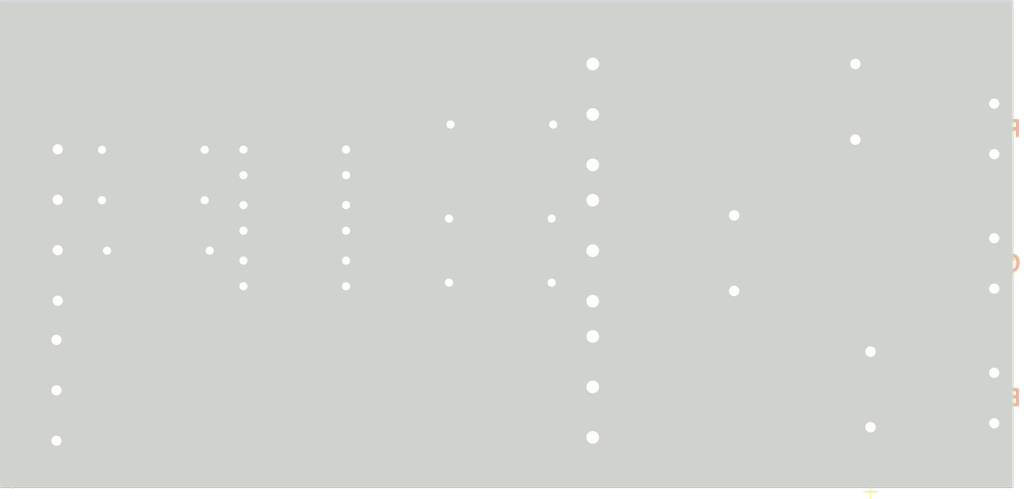
<source format=kicad_pcb>
(kicad_pcb (version 4) (host pcbnew 4.0.7-e1-6374~58~ubuntu14.04.1)

  (general
    (links 36)
    (no_connects 1)
    (area 147.32 125.73 248.4 175.359001)
    (thickness 1.6)
    (drawings 45)
    (tracks 55)
    (zones 0)
    (modules 20)
    (nets 17)
  )

  (page A3)
  (layers
    (0 F.Cu signal)
    (31 B.Cu signal)
    (32 B.Adhes user)
    (33 F.Adhes user)
    (34 B.Paste user)
    (35 F.Paste user)
    (36 B.SilkS user)
    (37 F.SilkS user)
    (38 B.Mask user)
    (39 F.Mask user)
    (40 Dwgs.User user)
    (41 Cmts.User user)
    (42 Eco1.User user)
    (43 Eco2.User user)
    (44 Edge.Cuts user hide)
  )

  (setup
    (last_trace_width 1.9)
    (trace_clearance 0.254)
    (zone_clearance 0.508)
    (zone_45_only yes)
    (trace_min 0.254)
    (segment_width 0.2)
    (edge_width 0.1)
    (via_size 0.889)
    (via_drill 0.635)
    (via_min_size 0.889)
    (via_min_drill 0.508)
    (uvia_size 0.508)
    (uvia_drill 0.127)
    (uvias_allowed no)
    (uvia_min_size 0.508)
    (uvia_min_drill 0.127)
    (pcb_text_width 0.3)
    (pcb_text_size 1.5 1.5)
    (mod_edge_width 0.15)
    (mod_text_size 1 1)
    (mod_text_width 0.15)
    (pad_size 2.286 1.5748)
    (pad_drill 0.8128)
    (pad_to_mask_clearance 0)
    (aux_axis_origin 246 171.5)
    (visible_elements FFFFFFBF)
    (pcbplotparams
      (layerselection 0x01000_80000001)
      (usegerberextensions false)
      (excludeedgelayer true)
      (linewidth 0.100000)
      (plotframeref false)
      (viasonmask false)
      (mode 1)
      (useauxorigin false)
      (hpglpennumber 1)
      (hpglpenspeed 20)
      (hpglpendiameter 15)
      (hpglpenoverlay 2)
      (psnegative false)
      (psa4output false)
      (plotreference true)
      (plotvalue true)
      (plotinvisibletext false)
      (padsonsilk false)
      (subtractmaskfromsilk false)
      (outputformat 1)
      (mirror false)
      (drillshape 0)
      (scaleselection 1)
      (outputdirectory gerber3/))
  )

  (net 0 "")
  (net 1 N-000001)
  (net 2 N-0000010)
  (net 3 N-0000011)
  (net 4 N-0000012)
  (net 5 N-0000013)
  (net 6 N-0000014)
  (net 7 N-0000015)
  (net 8 N-0000016)
  (net 9 N-000002)
  (net 10 N-000003)
  (net 11 N-000004)
  (net 12 N-000005)
  (net 13 N-000006)
  (net 14 N-000007)
  (net 15 N-000008)
  (net 16 N-000009)

  (net_class Default "This is the default net class."
    (clearance 0.254)
    (trace_width 1.9)
    (via_dia 0.889)
    (via_drill 0.635)
    (uvia_dia 0.508)
    (uvia_drill 0.127)
  )

  (net_class HP ""
    (clearance 0.254)
    (trace_width 2)
    (via_dia 0.889)
    (via_drill 0.635)
    (uvia_dia 0.508)
    (uvia_drill 0.127)
    (add_net N-000001)
    (add_net N-0000010)
    (add_net N-0000011)
    (add_net N-0000012)
    (add_net N-0000013)
    (add_net N-0000014)
    (add_net N-0000015)
    (add_net N-0000016)
    (add_net N-000002)
    (add_net N-000003)
    (add_net N-000004)
    (add_net N-000005)
    (add_net N-000006)
    (add_net N-000007)
    (add_net N-000008)
    (add_net N-000009)
  )

  (module R4 (layer F.Cu) (tedit 59976D1A) (tstamp 596E6713)
    (at 162.5 140.5 180)
    (descr "Resitance 4 pas")
    (tags R)
    (path /596E543C)
    (autoplace_cost180 10)
    (fp_text reference R1 (at 0 0 180) (layer F.SilkS)
      (effects (font (size 1.397 1.27) (thickness 0.2032)))
    )
    (fp_text value R500 (at 0 0 180) (layer F.SilkS) hide
      (effects (font (size 1.397 1.27) (thickness 0.2032)))
    )
    (fp_line (start -5.08 0) (end -4.064 0) (layer F.SilkS) (width 0.3048))
    (fp_line (start -4.064 0) (end -4.064 -1.016) (layer F.SilkS) (width 0.3048))
    (fp_line (start -4.064 -1.016) (end 4.064 -1.016) (layer F.SilkS) (width 0.3048))
    (fp_line (start 4.064 -1.016) (end 4.064 1.016) (layer F.SilkS) (width 0.3048))
    (fp_line (start 4.064 1.016) (end -4.064 1.016) (layer F.SilkS) (width 0.3048))
    (fp_line (start -4.064 1.016) (end -4.064 0) (layer F.SilkS) (width 0.3048))
    (fp_line (start -4.064 -0.508) (end -3.556 -1.016) (layer F.SilkS) (width 0.3048))
    (fp_line (start 5.08 0) (end 4.064 0) (layer F.SilkS) (width 0.3048))
    (pad 1 thru_hole circle (at -5.08 0 180) (size 1.524 1.524) (drill 0.8128) (layers *.Cu *.Mask F.SilkS)
      (net 13 N-000006))
    (pad 2 thru_hole circle (at 5.08 0 180) (size 1.524 1.524) (drill 0.8128) (layers *.Cu *.Mask F.SilkS)
      (net 7 N-0000015))
    (model discret/resistor.wrl
      (at (xyz 0 0 0))
      (scale (xyz 0.4 0.4 0.4))
      (rotate (xyz 0 0 0))
    )
  )

  (module R4 (layer F.Cu) (tedit 200000) (tstamp 596E6721)
    (at 162.5 145.5 180)
    (descr "Resitance 4 pas")
    (tags R)
    (path /596E544B)
    (autoplace_cost180 10)
    (fp_text reference R2 (at 0 0 180) (layer F.SilkS)
      (effects (font (size 1.397 1.27) (thickness 0.2032)))
    )
    (fp_text value R500 (at 0 0 180) (layer F.SilkS) hide
      (effects (font (size 1.397 1.27) (thickness 0.2032)))
    )
    (fp_line (start -5.08 0) (end -4.064 0) (layer F.SilkS) (width 0.3048))
    (fp_line (start -4.064 0) (end -4.064 -1.016) (layer F.SilkS) (width 0.3048))
    (fp_line (start -4.064 -1.016) (end 4.064 -1.016) (layer F.SilkS) (width 0.3048))
    (fp_line (start 4.064 -1.016) (end 4.064 1.016) (layer F.SilkS) (width 0.3048))
    (fp_line (start 4.064 1.016) (end -4.064 1.016) (layer F.SilkS) (width 0.3048))
    (fp_line (start -4.064 1.016) (end -4.064 0) (layer F.SilkS) (width 0.3048))
    (fp_line (start -4.064 -0.508) (end -3.556 -1.016) (layer F.SilkS) (width 0.3048))
    (fp_line (start 5.08 0) (end 4.064 0) (layer F.SilkS) (width 0.3048))
    (pad 1 thru_hole circle (at -5.08 0 180) (size 1.524 1.524) (drill 0.8128) (layers *.Cu *.Mask F.SilkS)
      (net 11 N-000004))
    (pad 2 thru_hole circle (at 5.08 0 180) (size 1.524 1.524) (drill 0.8128) (layers *.Cu *.Mask F.SilkS)
      (net 6 N-0000014))
    (model discret/resistor.wrl
      (at (xyz 0 0 0))
      (scale (xyz 0.4 0.4 0.4))
      (rotate (xyz 0 0 0))
    )
  )

  (module R4 (layer F.Cu) (tedit 200000) (tstamp 596E672F)
    (at 163 150.5 180)
    (descr "Resitance 4 pas")
    (tags R)
    (path /596E545A)
    (autoplace_cost180 10)
    (fp_text reference R3 (at 0 0 180) (layer F.SilkS)
      (effects (font (size 1.397 1.27) (thickness 0.2032)))
    )
    (fp_text value R500 (at 0 0 180) (layer F.SilkS) hide
      (effects (font (size 1.397 1.27) (thickness 0.2032)))
    )
    (fp_line (start -5.08 0) (end -4.064 0) (layer F.SilkS) (width 0.3048))
    (fp_line (start -4.064 0) (end -4.064 -1.016) (layer F.SilkS) (width 0.3048))
    (fp_line (start -4.064 -1.016) (end 4.064 -1.016) (layer F.SilkS) (width 0.3048))
    (fp_line (start 4.064 -1.016) (end 4.064 1.016) (layer F.SilkS) (width 0.3048))
    (fp_line (start 4.064 1.016) (end -4.064 1.016) (layer F.SilkS) (width 0.3048))
    (fp_line (start -4.064 1.016) (end -4.064 0) (layer F.SilkS) (width 0.3048))
    (fp_line (start -4.064 -0.508) (end -3.556 -1.016) (layer F.SilkS) (width 0.3048))
    (fp_line (start 5.08 0) (end 4.064 0) (layer F.SilkS) (width 0.3048))
    (pad 1 thru_hole circle (at -5.08 0 180) (size 1.524 1.524) (drill 0.8128) (layers *.Cu *.Mask F.SilkS)
      (net 12 N-000005))
    (pad 2 thru_hole circle (at 5.08 0 180) (size 1.524 1.524) (drill 0.8128) (layers *.Cu *.Mask F.SilkS)
      (net 5 N-0000013))
    (model discret/resistor.wrl
      (at (xyz 0 0 0))
      (scale (xyz 0.4 0.4 0.4))
      (rotate (xyz 0 0 0))
    )
  )

  (module R4 (layer F.Cu) (tedit 200000) (tstamp 596E673D)
    (at 197 138)
    (descr "Resitance 4 pas")
    (tags R)
    (path /596E5521)
    (autoplace_cost180 10)
    (fp_text reference R4 (at 0 0) (layer F.SilkS)
      (effects (font (size 1.397 1.27) (thickness 0.2032)))
    )
    (fp_text value R33 (at 0 0) (layer F.SilkS) hide
      (effects (font (size 1.397 1.27) (thickness 0.2032)))
    )
    (fp_line (start -5.08 0) (end -4.064 0) (layer F.SilkS) (width 0.3048))
    (fp_line (start -4.064 0) (end -4.064 -1.016) (layer F.SilkS) (width 0.3048))
    (fp_line (start -4.064 -1.016) (end 4.064 -1.016) (layer F.SilkS) (width 0.3048))
    (fp_line (start 4.064 -1.016) (end 4.064 1.016) (layer F.SilkS) (width 0.3048))
    (fp_line (start 4.064 1.016) (end -4.064 1.016) (layer F.SilkS) (width 0.3048))
    (fp_line (start -4.064 1.016) (end -4.064 0) (layer F.SilkS) (width 0.3048))
    (fp_line (start -4.064 -0.508) (end -3.556 -1.016) (layer F.SilkS) (width 0.3048))
    (fp_line (start 5.08 0) (end 4.064 0) (layer F.SilkS) (width 0.3048))
    (pad 1 thru_hole circle (at -5.08 0) (size 1.524 1.524) (drill 0.8128) (layers *.Cu *.Mask F.SilkS)
      (net 14 N-000007))
    (pad 2 thru_hole circle (at 5.08 0) (size 1.524 1.524) (drill 0.8128) (layers *.Cu *.Mask F.SilkS)
      (net 4 N-0000012))
    (model discret/resistor.wrl
      (at (xyz 0 0 0))
      (scale (xyz 0.4 0.4 0.4))
      (rotate (xyz 0 0 0))
    )
  )

  (module R4 (layer F.Cu) (tedit 200000) (tstamp 596E6A0D)
    (at 196.85 147.32)
    (descr "Resitance 4 pas")
    (tags R)
    (path /596E5530)
    (autoplace_cost180 10)
    (fp_text reference R5 (at 0 0) (layer F.SilkS)
      (effects (font (size 1.397 1.27) (thickness 0.2032)))
    )
    (fp_text value R33 (at 0 0) (layer F.SilkS) hide
      (effects (font (size 1.397 1.27) (thickness 0.2032)))
    )
    (fp_line (start -5.08 0) (end -4.064 0) (layer F.SilkS) (width 0.3048))
    (fp_line (start -4.064 0) (end -4.064 -1.016) (layer F.SilkS) (width 0.3048))
    (fp_line (start -4.064 -1.016) (end 4.064 -1.016) (layer F.SilkS) (width 0.3048))
    (fp_line (start 4.064 -1.016) (end 4.064 1.016) (layer F.SilkS) (width 0.3048))
    (fp_line (start 4.064 1.016) (end -4.064 1.016) (layer F.SilkS) (width 0.3048))
    (fp_line (start -4.064 1.016) (end -4.064 0) (layer F.SilkS) (width 0.3048))
    (fp_line (start -4.064 -0.508) (end -3.556 -1.016) (layer F.SilkS) (width 0.3048))
    (fp_line (start 5.08 0) (end 4.064 0) (layer F.SilkS) (width 0.3048))
    (pad 1 thru_hole circle (at -5.08 0) (size 1.524 1.524) (drill 0.8128) (layers *.Cu *.Mask F.SilkS)
      (net 16 N-000009))
    (pad 2 thru_hole circle (at 5.08 0) (size 1.524 1.524) (drill 0.8128) (layers *.Cu *.Mask F.SilkS)
      (net 3 N-0000011))
    (model discret/resistor.wrl
      (at (xyz 0 0 0))
      (scale (xyz 0.4 0.4 0.4))
      (rotate (xyz 0 0 0))
    )
  )

  (module R4 (layer F.Cu) (tedit 200000) (tstamp 596E6759)
    (at 196.85 153.67)
    (descr "Resitance 4 pas")
    (tags R)
    (path /596E553F)
    (autoplace_cost180 10)
    (fp_text reference R6 (at 0 0) (layer F.SilkS)
      (effects (font (size 1.397 1.27) (thickness 0.2032)))
    )
    (fp_text value R33 (at 0 0) (layer F.SilkS) hide
      (effects (font (size 1.397 1.27) (thickness 0.2032)))
    )
    (fp_line (start -5.08 0) (end -4.064 0) (layer F.SilkS) (width 0.3048))
    (fp_line (start -4.064 0) (end -4.064 -1.016) (layer F.SilkS) (width 0.3048))
    (fp_line (start -4.064 -1.016) (end 4.064 -1.016) (layer F.SilkS) (width 0.3048))
    (fp_line (start 4.064 -1.016) (end 4.064 1.016) (layer F.SilkS) (width 0.3048))
    (fp_line (start 4.064 1.016) (end -4.064 1.016) (layer F.SilkS) (width 0.3048))
    (fp_line (start -4.064 1.016) (end -4.064 0) (layer F.SilkS) (width 0.3048))
    (fp_line (start -4.064 -0.508) (end -3.556 -1.016) (layer F.SilkS) (width 0.3048))
    (fp_line (start 5.08 0) (end 4.064 0) (layer F.SilkS) (width 0.3048))
    (pad 1 thru_hole circle (at -5.08 0) (size 1.524 1.524) (drill 0.8128) (layers *.Cu *.Mask F.SilkS)
      (net 2 N-0000010))
    (pad 2 thru_hole circle (at 5.08 0) (size 1.524 1.524) (drill 0.8128) (layers *.Cu *.Mask F.SilkS)
      (net 3 N-0000011))
    (model discret/resistor.wrl
      (at (xyz 0 0 0))
      (scale (xyz 0.4 0.4 0.4))
      (rotate (xyz 0 0 0))
    )
  )

  (module CAPPR750-1800X4000 (layer F.Cu) (tedit 0) (tstamp 596E6802)
    (at 232 132 90)
    (path /596E6432)
    (fp_text reference C1 (at -4.064 -13.1826 90) (layer F.SilkS)
      (effects (font (size 1.64 1.64) (thickness 0.05)))
    )
    (fp_text value ECA (at -4.6228 12.7254 90) (layer F.SilkS)
      (effects (font (size 1.64 1.64) (thickness 0.05)))
    )
    (fp_line (start -13.2588 -3.9116) (end -7.6708 -9.4996) (layer Dwgs.User) (width 0.1524))
    (fp_line (start -7.6708 -9.4996) (end 0.1524 -9.4996) (layer Dwgs.User) (width 0.1524))
    (fp_line (start 0.1524 -9.4996) (end 5.7658 -3.9116) (layer Dwgs.User) (width 0.1524))
    (fp_line (start 5.7658 -3.9116) (end 5.7658 3.9116) (layer Dwgs.User) (width 0.1524))
    (fp_line (start 5.7658 3.9116) (end 0.1524 9.4996) (layer Dwgs.User) (width 0.1524))
    (fp_line (start 0.1524 9.4996) (end -7.6708 9.4996) (layer Dwgs.User) (width 0.1524))
    (fp_line (start -7.6708 9.4996) (end -13.2588 3.9116) (layer Dwgs.User) (width 0.1524))
    (fp_line (start -13.2588 3.9116) (end -13.2588 -3.9116) (layer Dwgs.User) (width 0.1524))
    (fp_line (start -14.5288 0) (end -13.2588 0) (layer F.SilkS) (width 0.1524))
    (fp_line (start -13.8938 -0.635) (end -13.8938 0.635) (layer F.SilkS) (width 0.1524))
    (fp_arc (start -3.7465 0) (end -13.0048 0) (angle -180) (layer F.SilkS) (width 0.1524))
    (fp_arc (start -3.7465 0) (end 5.5118 0) (angle -180) (layer F.SilkS) (width 0.1524))
    (fp_line (start -14.5288 0) (end -13.2588 0) (layer Dwgs.User) (width 0.1524))
    (fp_line (start -13.8938 -0.635) (end -13.8938 0.635) (layer Dwgs.User) (width 0.1524))
    (fp_arc (start -3.7465 0) (end -13.0048 0) (angle -180) (layer Dwgs.User) (width 0.1524))
    (fp_arc (start -3.7465 0) (end 5.5118 0) (angle -180) (layer Dwgs.User) (width 0.1524))
    (pad 1 thru_hole rect (at -7.493 0 90) (size 1.5621 1.5621) (drill 1.0414) (layers *.Cu *.Mask F.SilkS)
      (net 4 N-0000012))
    (pad 2 thru_hole circle (at 0 0 270) (size 1.5621 1.5621) (drill 1.0414) (layers *.Cu *.Mask F.SilkS)
      (net 10 N-000003))
  )

  (module CAPPR750-1800X4000 (layer F.Cu) (tedit 0) (tstamp 596E6818)
    (at 220 147 90)
    (path /596E644B)
    (fp_text reference C2 (at -4.064 -13.1826 90) (layer F.SilkS)
      (effects (font (size 1.64 1.64) (thickness 0.05)))
    )
    (fp_text value ECA (at -4.6228 12.7254 90) (layer F.SilkS)
      (effects (font (size 1.64 1.64) (thickness 0.05)))
    )
    (fp_line (start -13.2588 -3.9116) (end -7.6708 -9.4996) (layer Dwgs.User) (width 0.1524))
    (fp_line (start -7.6708 -9.4996) (end 0.1524 -9.4996) (layer Dwgs.User) (width 0.1524))
    (fp_line (start 0.1524 -9.4996) (end 5.7658 -3.9116) (layer Dwgs.User) (width 0.1524))
    (fp_line (start 5.7658 -3.9116) (end 5.7658 3.9116) (layer Dwgs.User) (width 0.1524))
    (fp_line (start 5.7658 3.9116) (end 0.1524 9.4996) (layer Dwgs.User) (width 0.1524))
    (fp_line (start 0.1524 9.4996) (end -7.6708 9.4996) (layer Dwgs.User) (width 0.1524))
    (fp_line (start -7.6708 9.4996) (end -13.2588 3.9116) (layer Dwgs.User) (width 0.1524))
    (fp_line (start -13.2588 3.9116) (end -13.2588 -3.9116) (layer Dwgs.User) (width 0.1524))
    (fp_line (start -14.5288 0) (end -13.2588 0) (layer F.SilkS) (width 0.1524))
    (fp_line (start -13.8938 -0.635) (end -13.8938 0.635) (layer F.SilkS) (width 0.1524))
    (fp_arc (start -3.7465 0) (end -13.0048 0) (angle -180) (layer F.SilkS) (width 0.1524))
    (fp_arc (start -3.7465 0) (end 5.5118 0) (angle -180) (layer F.SilkS) (width 0.1524))
    (fp_line (start -14.5288 0) (end -13.2588 0) (layer Dwgs.User) (width 0.1524))
    (fp_line (start -13.8938 -0.635) (end -13.8938 0.635) (layer Dwgs.User) (width 0.1524))
    (fp_arc (start -3.7465 0) (end -13.0048 0) (angle -180) (layer Dwgs.User) (width 0.1524))
    (fp_arc (start -3.7465 0) (end 5.5118 0) (angle -180) (layer Dwgs.User) (width 0.1524))
    (pad 1 thru_hole rect (at -7.493 0 90) (size 1.5621 1.5621) (drill 1.0414) (layers *.Cu *.Mask F.SilkS)
      (net 3 N-0000011))
    (pad 2 thru_hole circle (at 0 0 270) (size 1.5621 1.5621) (drill 1.0414) (layers *.Cu *.Mask F.SilkS)
      (net 1 N-000001))
  )

  (module CAPPR750-1800X4000 (layer F.Cu) (tedit 0) (tstamp 596E682E)
    (at 233.5 160.5 90)
    (path /596E645A)
    (fp_text reference C3 (at -4.064 -13.1826 90) (layer F.SilkS)
      (effects (font (size 1.64 1.64) (thickness 0.05)))
    )
    (fp_text value ECA (at -4.6228 12.7254 90) (layer F.SilkS)
      (effects (font (size 1.64 1.64) (thickness 0.05)))
    )
    (fp_line (start -13.2588 -3.9116) (end -7.6708 -9.4996) (layer Dwgs.User) (width 0.1524))
    (fp_line (start -7.6708 -9.4996) (end 0.1524 -9.4996) (layer Dwgs.User) (width 0.1524))
    (fp_line (start 0.1524 -9.4996) (end 5.7658 -3.9116) (layer Dwgs.User) (width 0.1524))
    (fp_line (start 5.7658 -3.9116) (end 5.7658 3.9116) (layer Dwgs.User) (width 0.1524))
    (fp_line (start 5.7658 3.9116) (end 0.1524 9.4996) (layer Dwgs.User) (width 0.1524))
    (fp_line (start 0.1524 9.4996) (end -7.6708 9.4996) (layer Dwgs.User) (width 0.1524))
    (fp_line (start -7.6708 9.4996) (end -13.2588 3.9116) (layer Dwgs.User) (width 0.1524))
    (fp_line (start -13.2588 3.9116) (end -13.2588 -3.9116) (layer Dwgs.User) (width 0.1524))
    (fp_line (start -14.5288 0) (end -13.2588 0) (layer F.SilkS) (width 0.1524))
    (fp_line (start -13.8938 -0.635) (end -13.8938 0.635) (layer F.SilkS) (width 0.1524))
    (fp_arc (start -3.7465 0) (end -13.0048 0) (angle -180) (layer F.SilkS) (width 0.1524))
    (fp_arc (start -3.7465 0) (end 5.5118 0) (angle -180) (layer F.SilkS) (width 0.1524))
    (fp_line (start -14.5288 0) (end -13.2588 0) (layer Dwgs.User) (width 0.1524))
    (fp_line (start -13.8938 -0.635) (end -13.8938 0.635) (layer Dwgs.User) (width 0.1524))
    (fp_arc (start -3.7465 0) (end -13.0048 0) (angle -180) (layer Dwgs.User) (width 0.1524))
    (fp_arc (start -3.7465 0) (end 5.5118 0) (angle -180) (layer Dwgs.User) (width 0.1524))
    (pad 1 thru_hole rect (at -7.493 0 90) (size 1.5621 1.5621) (drill 1.0414) (layers *.Cu *.Mask F.SilkS)
      (net 3 N-0000011))
    (pad 2 thru_hole circle (at 0 0 270) (size 1.5621 1.5621) (drill 1.0414) (layers *.Cu *.Mask F.SilkS)
      (net 9 N-000002))
  )

  (module CPPIN_ARRAY_2X1 (layer F.Cu) (tedit 598B85D1) (tstamp 596E67B3)
    (at 245.745 165.1 90)
    (descr "Connecteurs 2 pins")
    (tags "CONN DEV")
    (path /596E55D0)
    (fp_text reference P3 (at 0 0 90) (layer F.SilkS)
      (effects (font (size 0.762 0.762) (thickness 0.1524)))
    )
    (fp_text value CONN_2 (at 0 -2.25 90) (layer F.SilkS) hide
      (effects (font (size 0.762 0.762) (thickness 0.1524)))
    )
    (fp_line (start -3.75 1.25) (end -3.75 -1.25) (layer F.SilkS) (width 0.15))
    (fp_line (start -3.75 -1.25) (end 3.75 -1.25) (layer F.SilkS) (width 0.15))
    (fp_line (start 3.75 -1.25) (end 3.75 1.25) (layer F.SilkS) (width 0.15))
    (fp_line (start 2.5 1.25) (end -3.75 1.25) (layer F.SilkS) (width 0.15))
    (fp_line (start 2.5 1.25) (end 3.75 1.25) (layer F.SilkS) (width 0.15))
    (pad 1 thru_hole rect (at -2.5 0 90) (size 1.524 1.524) (drill 1.016) (layers *.Cu *.Mask F.SilkS)
      (net 3 N-0000011))
    (pad 2 thru_hole circle (at 2.5 0 90) (size 1.524 1.524) (drill 1.016) (layers *.Cu *.Mask F.SilkS)
      (net 9 N-000002))
    (model pin_array/pins_array_2x1.wrl
      (at (xyz 0 0 0))
      (scale (xyz 1 1 1))
      (rotate (xyz 0 0 0))
    )
  )

  (module CPPIN_ARRAY_2X1 (layer F.Cu) (tedit 598B85D1) (tstamp 596E679F)
    (at 245.745 138.43 90)
    (descr "Connecteurs 2 pins")
    (tags "CONN DEV")
    (path /596E55EE)
    (fp_text reference P4 (at 0 0 90) (layer F.SilkS)
      (effects (font (size 0.762 0.762) (thickness 0.1524)))
    )
    (fp_text value CONN_2 (at 0 -2.25 90) (layer F.SilkS) hide
      (effects (font (size 0.762 0.762) (thickness 0.1524)))
    )
    (fp_line (start -3.75 1.25) (end -3.75 -1.25) (layer F.SilkS) (width 0.15))
    (fp_line (start -3.75 -1.25) (end 3.75 -1.25) (layer F.SilkS) (width 0.15))
    (fp_line (start 3.75 -1.25) (end 3.75 1.25) (layer F.SilkS) (width 0.15))
    (fp_line (start 2.5 1.25) (end -3.75 1.25) (layer F.SilkS) (width 0.15))
    (fp_line (start 2.5 1.25) (end 3.75 1.25) (layer F.SilkS) (width 0.15))
    (pad 1 thru_hole rect (at -2.5 0 90) (size 1.524 1.524) (drill 1.016) (layers *.Cu *.Mask F.SilkS)
      (net 4 N-0000012))
    (pad 2 thru_hole circle (at 2.5 0 90) (size 1.524 1.524) (drill 1.016) (layers *.Cu *.Mask F.SilkS)
      (net 10 N-000003))
    (model pin_array/pins_array_2x1.wrl
      (at (xyz 0 0 0))
      (scale (xyz 1 1 1))
      (rotate (xyz 0 0 0))
    )
  )

  (module CPPIN_ARRAY_2X1 (layer F.Cu) (tedit 598B85D1) (tstamp 596E67A9)
    (at 245.745 151.765 90)
    (descr "Connecteurs 2 pins")
    (tags "CONN DEV")
    (path /596E55DF)
    (fp_text reference P2 (at 0 0 90) (layer F.SilkS)
      (effects (font (size 0.762 0.762) (thickness 0.1524)))
    )
    (fp_text value CONN_2 (at 0 -2.25 90) (layer F.SilkS) hide
      (effects (font (size 0.762 0.762) (thickness 0.1524)))
    )
    (fp_line (start -3.75 1.25) (end -3.75 -1.25) (layer F.SilkS) (width 0.15))
    (fp_line (start -3.75 -1.25) (end 3.75 -1.25) (layer F.SilkS) (width 0.15))
    (fp_line (start 3.75 -1.25) (end 3.75 1.25) (layer F.SilkS) (width 0.15))
    (fp_line (start 2.5 1.25) (end -3.75 1.25) (layer F.SilkS) (width 0.15))
    (fp_line (start 2.5 1.25) (end 3.75 1.25) (layer F.SilkS) (width 0.15))
    (pad 1 thru_hole rect (at -2.5 0 90) (size 1.524 1.524) (drill 1.016) (layers *.Cu *.Mask F.SilkS)
      (net 3 N-0000011))
    (pad 2 thru_hole circle (at 2.5 0 90) (size 1.524 1.524) (drill 1.016) (layers *.Cu *.Mask F.SilkS)
      (net 1 N-000001))
    (model pin_array/pins_array_2x1.wrl
      (at (xyz 0 0 0))
      (scale (xyz 1 1 1))
      (rotate (xyz 0 0 0))
    )
  )

  (module CPPIN_ARRAY_4x1 (layer F.Cu) (tedit 598B88F5) (tstamp 596E6765)
    (at 153.035 147.955 90)
    (descr "Double rangee de contacts 2 x 5 pins")
    (tags CONN)
    (path /596E5404)
    (fp_text reference P1 (at 0 0 90) (layer F.SilkS)
      (effects (font (size 1.016 1.016) (thickness 0.2032)))
    )
    (fp_text value PWM (at 0 -2.5 90) (layer F.SilkS) hide
      (effects (font (size 1.016 1.016) (thickness 0.2032)))
    )
    (fp_line (start -9 -2) (end 9 -2) (layer F.SilkS) (width 0.15))
    (fp_line (start 9 -2) (end 9 2) (layer F.SilkS) (width 0.15))
    (fp_line (start 9 2) (end -9 2) (layer F.SilkS) (width 0.15))
    (fp_line (start -9 2) (end -9 -2) (layer F.SilkS) (width 0.15))
    (pad 1 thru_hole rect (at -7.5 0 90) (size 1.524 1.524) (drill 1.016) (layers *.Cu *.Mask F.SilkS)
      (net 15 N-000008))
    (pad 2 thru_hole circle (at -2.5 0 90) (size 1.524 1.524) (drill 1.016) (layers *.Cu *.Mask F.SilkS)
      (net 5 N-0000013))
    (pad 3 thru_hole circle (at 2.5 0 90) (size 1.524 1.524) (drill 1.016) (layers *.Cu *.Mask F.SilkS)
      (net 6 N-0000014))
    (pad 4 thru_hole circle (at 7.5 0 90) (size 1.524 1.524) (drill 1.016) (layers *.Cu *.Mask F.SilkS)
      (net 7 N-0000015))
    (model pin_array\pins_array_4x1.wrl
      (at (xyz 0 0 0))
      (scale (xyz 1 1 1))
      (rotate (xyz 0 0 0))
    )
  )

  (module CPPIN_ARRAY_3X1 (layer F.Cu) (tedit 598B895B) (tstamp 596E6795)
    (at 152.908 164.338 90)
    (descr "Connecteur 3 pins")
    (tags "CONN DEV")
    (path /596E55C1)
    (fp_text reference K1 (at 0.254 -2.159 90) (layer F.SilkS)
      (effects (font (size 1.016 1.016) (thickness 0.1524)))
    )
    (fp_text value CONN_3 (at 0 -2.159 90) (layer F.SilkS) hide
      (effects (font (size 1.016 1.016) (thickness 0.1524)))
    )
    (fp_line (start 6 -1) (end -6 -1) (layer F.SilkS) (width 0.15))
    (fp_line (start -6 -1) (end -6 1) (layer F.SilkS) (width 0.15))
    (fp_line (start -6 1) (end 6 1) (layer F.SilkS) (width 0.15))
    (fp_line (start 6 1) (end 6 -1) (layer F.SilkS) (width 0.15))
    (fp_line (start 6 -1) (end -4 -1) (layer F.SilkS) (width 0.15))
    (fp_line (start -4 -1) (end -4 1) (layer F.SilkS) (width 0.15))
    (pad 1 thru_hole rect (at -5 0 90) (size 1.524 1.524) (drill 1.016) (layers *.Cu *.Mask F.SilkS)
      (net 4 N-0000012))
    (pad 2 thru_hole circle (at 0 0 90) (size 1.524 1.524) (drill 1.016) (layers *.Cu *.Mask F.SilkS)
      (net 3 N-0000011))
    (pad 3 thru_hole circle (at 5 0 90) (size 1.524 1.524) (drill 1.016) (layers *.Cu *.Mask F.SilkS)
      (net 8 N-0000016))
    (model pin_array/pins_array_3x1.wrl
      (at (xyz 0 0 0))
      (scale (xyz 1 1 1))
      (rotate (xyz 0 0 0))
    )
  )

  (module CPMosfet (layer F.Cu) (tedit 598B91B6) (tstamp 598B921A)
    (at 206 137 90)
    (descr "Connecteur 3 pins")
    (tags "CONN DEV")
    (path /597241D0)
    (fp_text reference Q1 (at 0.254 -2.159 90) (layer F.SilkS)
      (effects (font (size 1.016 1.016) (thickness 0.1524)))
    )
    (fp_text value C_MOS (at 0 -3.81 90) (layer F.SilkS) hide
      (effects (font (size 1.016 1.016) (thickness 0.1524)))
    )
    (fp_line (start -3.54 1.27) (end -3.54 -1.27) (layer F.SilkS) (width 0.15))
    (fp_line (start 6.35 -1.27) (end -6.35 -1.27) (layer F.SilkS) (width 0.15))
    (fp_line (start -6.35 -1.27) (end -6.35 1.27) (layer F.SilkS) (width 0.15))
    (fp_line (start -6.35 1.27) (end 6.35 1.27) (layer F.SilkS) (width 0.15))
    (fp_line (start 6.35 1.27) (end 6.35 -1.27) (layer F.SilkS) (width 0.15))
    (pad 1 thru_hole rect (at -5 0 90) (size 1.75 1.75) (drill 1.26) (layers *.Cu *.Mask F.SilkS)
      (net 4 N-0000012))
    (pad 2 thru_hole circle (at 0 0 90) (size 1.75 1.75) (drill 1.26) (layers *.Cu *.Mask F.SilkS)
      (net 10 N-000003))
    (pad 3 thru_hole circle (at 5 0 90) (size 1.75 1.75) (drill 1.26) (layers *.Cu *.Mask F.SilkS)
      (net 8 N-0000016))
    (model pin_array/pins_array_3x1.wrl
      (at (xyz 0 0 0))
      (scale (xyz 1 1 1))
      (rotate (xyz 0 0 0))
    )
  )

  (module CPMosfet (layer F.Cu) (tedit 598B91B6) (tstamp 598B9238)
    (at 206 150.5 90)
    (descr "Connecteur 3 pins")
    (tags "CONN DEV")
    (path /597241DF)
    (fp_text reference Q2 (at 0.254 -2.159 90) (layer F.SilkS)
      (effects (font (size 1.016 1.016) (thickness 0.1524)))
    )
    (fp_text value C_MOS (at 0 -3.81 90) (layer F.SilkS) hide
      (effects (font (size 1.016 1.016) (thickness 0.1524)))
    )
    (fp_line (start -3.54 1.27) (end -3.54 -1.27) (layer F.SilkS) (width 0.15))
    (fp_line (start 6.35 -1.27) (end -6.35 -1.27) (layer F.SilkS) (width 0.15))
    (fp_line (start -6.35 -1.27) (end -6.35 1.27) (layer F.SilkS) (width 0.15))
    (fp_line (start -6.35 1.27) (end 6.35 1.27) (layer F.SilkS) (width 0.15))
    (fp_line (start 6.35 1.27) (end 6.35 -1.27) (layer F.SilkS) (width 0.15))
    (pad 1 thru_hole rect (at -5 0 90) (size 1.75 1.75) (drill 1.26) (layers *.Cu *.Mask F.SilkS)
      (net 3 N-0000011))
    (pad 2 thru_hole circle (at 0 0 90) (size 1.75 1.75) (drill 1.26) (layers *.Cu *.Mask F.SilkS)
      (net 1 N-000001))
    (pad 3 thru_hole circle (at 5 0 90) (size 1.75 1.75) (drill 1.26) (layers *.Cu *.Mask F.SilkS)
      (net 8 N-0000016))
    (model pin_array/pins_array_3x1.wrl
      (at (xyz 0 0 0))
      (scale (xyz 1 1 1))
      (rotate (xyz 0 0 0))
    )
  )

  (module CPMosfet (layer F.Cu) (tedit 598B91B6) (tstamp 598B9244)
    (at 206 164 90)
    (descr "Connecteur 3 pins")
    (tags "CONN DEV")
    (path /597241EE)
    (fp_text reference Q3 (at 0.254 -2.159 90) (layer F.SilkS)
      (effects (font (size 1.016 1.016) (thickness 0.1524)))
    )
    (fp_text value C_MOS (at 0 -3.81 90) (layer F.SilkS) hide
      (effects (font (size 1.016 1.016) (thickness 0.1524)))
    )
    (fp_line (start -3.54 1.27) (end -3.54 -1.27) (layer F.SilkS) (width 0.15))
    (fp_line (start 6.35 -1.27) (end -6.35 -1.27) (layer F.SilkS) (width 0.15))
    (fp_line (start -6.35 -1.27) (end -6.35 1.27) (layer F.SilkS) (width 0.15))
    (fp_line (start -6.35 1.27) (end 6.35 1.27) (layer F.SilkS) (width 0.15))
    (fp_line (start 6.35 1.27) (end 6.35 -1.27) (layer F.SilkS) (width 0.15))
    (pad 1 thru_hole rect (at -5 0 90) (size 1.75 1.75) (drill 1.26) (layers *.Cu *.Mask F.SilkS)
      (net 3 N-0000011))
    (pad 2 thru_hole circle (at 0 0 90) (size 1.75 1.75) (drill 1.26) (layers *.Cu *.Mask F.SilkS)
      (net 9 N-000002))
    (pad 3 thru_hole circle (at 5 0 90) (size 1.75 1.75) (drill 1.26) (layers *.Cu *.Mask F.SilkS)
      (net 8 N-0000016))
    (model pin_array/pins_array_3x1.wrl
      (at (xyz 0 0 0))
      (scale (xyz 1 1 1))
      (rotate (xyz 0 0 0))
    )
  )

  (module CPDIP4 (layer F.Cu) (tedit 59976F19) (tstamp 596E67D9)
    (at 176.5 152.75)
    (descr "Module Dil 6 pins, pads elliptiques")
    (tags DIL)
    (path /59976F6B)
    (fp_text reference IC3 (at 1.524 0 90) (layer F.SilkS) hide
      (effects (font (size 1.143 1.143) (thickness 0.1524)))
    )
    (fp_text value CPMOC (at 0 3.59664) (layer F.SilkS)
      (effects (font (size 1.016 1.016) (thickness 0.1524)))
    )
    (fp_circle (center -1.778 -1.778) (end -1.524 -1.524) (layer F.SilkS) (width 0.3048))
    (fp_text user A (at -1.524 1.524) (layer F.SilkS)
      (effects (font (size 1.0668 1.016) (thickness 0.127)))
    )
    (fp_text user K (at -0.508 -1.524) (layer F.SilkS)
      (effects (font (size 1.0668 1.016) (thickness 0.127)))
    )
    (fp_line (start 2.54 1.27) (end 5.08 1.27) (layer F.SilkS) (width 0.3048))
    (fp_line (start 2.54 -1.27) (end 5.08 -1.27) (layer F.SilkS) (width 0.3048))
    (fp_line (start -5.08 1.27) (end -2.54 1.27) (layer F.SilkS) (width 0.3048))
    (fp_line (start -5.08 -1.27) (end -2.54 -1.27) (layer F.SilkS) (width 0.3048))
    (fp_line (start -2.54 -2.54) (end 2.54 -2.54) (layer F.SilkS) (width 0.3048))
    (fp_line (start 2.54 -2.54) (end 2.54 2.54) (layer F.SilkS) (width 0.3048))
    (fp_line (start 2.54 2.54) (end -2.54 2.54) (layer F.SilkS) (width 0.3048))
    (fp_line (start -2.54 2.54) (end -2.54 -2.54) (layer F.SilkS) (width 0.3048))
    (pad 2 thru_hole rect (at -5.08 1.27) (size 2.286 1.5748) (drill 0.8128) (layers *.Cu *.Mask F.SilkS)
      (net 15 N-000008))
    (pad 1 thru_hole oval (at -5.08 -1.27) (size 2.286 1.5748) (drill 0.8128) (layers *.Cu *.Mask F.SilkS)
      (net 12 N-000005))
    (pad 3 thru_hole oval (at 5.08 -1.27) (size 2.286 1.5748) (drill 0.8128) (layers *.Cu *.Mask F.SilkS)
      (net 2 N-0000010))
    (pad 4 thru_hole oval (at 5.08 1.27) (size 2.286 1.5748) (drill 0.8128) (layers *.Cu *.Mask F.SilkS)
      (net 8 N-0000016))
    (model divers/optoresistor_nls-32.wrl
      (at (xyz 0 0 0))
      (scale (xyz 1 1 1))
      (rotate (xyz 0 0 0))
    )
  )

  (module CPDIP4 (layer F.Cu) (tedit 59976F19) (tstamp 596E67C6)
    (at 176.5 147.25)
    (descr "Module Dil 6 pins, pads elliptiques")
    (tags DIL)
    (path /59976F5C)
    (fp_text reference IC2 (at 1.524 0 90) (layer F.SilkS) hide
      (effects (font (size 1.143 1.143) (thickness 0.1524)))
    )
    (fp_text value CPMOC (at 0 3.59664) (layer F.SilkS)
      (effects (font (size 1.016 1.016) (thickness 0.1524)))
    )
    (fp_circle (center -1.778 -1.778) (end -1.524 -1.524) (layer F.SilkS) (width 0.3048))
    (fp_text user A (at -1.524 1.524) (layer F.SilkS)
      (effects (font (size 1.0668 1.016) (thickness 0.127)))
    )
    (fp_text user K (at -0.508 -1.524) (layer F.SilkS)
      (effects (font (size 1.0668 1.016) (thickness 0.127)))
    )
    (fp_line (start 2.54 1.27) (end 5.08 1.27) (layer F.SilkS) (width 0.3048))
    (fp_line (start 2.54 -1.27) (end 5.08 -1.27) (layer F.SilkS) (width 0.3048))
    (fp_line (start -5.08 1.27) (end -2.54 1.27) (layer F.SilkS) (width 0.3048))
    (fp_line (start -5.08 -1.27) (end -2.54 -1.27) (layer F.SilkS) (width 0.3048))
    (fp_line (start -2.54 -2.54) (end 2.54 -2.54) (layer F.SilkS) (width 0.3048))
    (fp_line (start 2.54 -2.54) (end 2.54 2.54) (layer F.SilkS) (width 0.3048))
    (fp_line (start 2.54 2.54) (end -2.54 2.54) (layer F.SilkS) (width 0.3048))
    (fp_line (start -2.54 2.54) (end -2.54 -2.54) (layer F.SilkS) (width 0.3048))
    (pad 2 thru_hole rect (at -5.08 1.27) (size 2.286 1.5748) (drill 0.8128) (layers *.Cu *.Mask F.SilkS)
      (net 15 N-000008))
    (pad 1 thru_hole oval (at -5.08 -1.27) (size 2.286 1.5748) (drill 0.8128) (layers *.Cu *.Mask F.SilkS)
      (net 11 N-000004))
    (pad 3 thru_hole oval (at 5.08 -1.27) (size 2.286 1.5748) (drill 0.8128) (layers *.Cu *.Mask F.SilkS)
      (net 16 N-000009))
    (pad 4 thru_hole oval (at 5.08 1.27) (size 2.286 1.5748) (drill 0.8128) (layers *.Cu *.Mask F.SilkS)
      (net 8 N-0000016))
    (model divers/optoresistor_nls-32.wrl
      (at (xyz 0 0 0))
      (scale (xyz 1 1 1))
      (rotate (xyz 0 0 0))
    )
  )

  (module CPDIP4 (layer F.Cu) (tedit 59976F19) (tstamp 596E67EC)
    (at 176.5 141.75)
    (descr "Module Dil 6 pins, pads elliptiques")
    (tags DIL)
    (path /59976F4D)
    (fp_text reference IC1 (at 1.524 0 90) (layer F.SilkS) hide
      (effects (font (size 1.143 1.143) (thickness 0.1524)))
    )
    (fp_text value CPMOC (at 0 3.59664) (layer F.SilkS)
      (effects (font (size 1.016 1.016) (thickness 0.1524)))
    )
    (fp_circle (center -1.778 -1.778) (end -1.524 -1.524) (layer F.SilkS) (width 0.3048))
    (fp_text user A (at -1.524 1.524) (layer F.SilkS)
      (effects (font (size 1.0668 1.016) (thickness 0.127)))
    )
    (fp_text user K (at -0.508 -1.524) (layer F.SilkS)
      (effects (font (size 1.0668 1.016) (thickness 0.127)))
    )
    (fp_line (start 2.54 1.27) (end 5.08 1.27) (layer F.SilkS) (width 0.3048))
    (fp_line (start 2.54 -1.27) (end 5.08 -1.27) (layer F.SilkS) (width 0.3048))
    (fp_line (start -5.08 1.27) (end -2.54 1.27) (layer F.SilkS) (width 0.3048))
    (fp_line (start -5.08 -1.27) (end -2.54 -1.27) (layer F.SilkS) (width 0.3048))
    (fp_line (start -2.54 -2.54) (end 2.54 -2.54) (layer F.SilkS) (width 0.3048))
    (fp_line (start 2.54 -2.54) (end 2.54 2.54) (layer F.SilkS) (width 0.3048))
    (fp_line (start 2.54 2.54) (end -2.54 2.54) (layer F.SilkS) (width 0.3048))
    (fp_line (start -2.54 2.54) (end -2.54 -2.54) (layer F.SilkS) (width 0.3048))
    (pad 2 thru_hole rect (at -5.08 1.27) (size 2.286 1.5748) (drill 0.8128) (layers *.Cu *.Mask F.SilkS)
      (net 15 N-000008))
    (pad 1 thru_hole oval (at -5.08 -1.27) (size 2.286 1.5748) (drill 0.8128) (layers *.Cu *.Mask F.SilkS)
      (net 13 N-000006))
    (pad 3 thru_hole oval (at 5.08 -1.27) (size 2.286 1.5748) (drill 0.8128) (layers *.Cu *.Mask F.SilkS)
      (net 14 N-000007))
    (pad 4 thru_hole oval (at 5.08 1.27) (size 2.286 1.5748) (drill 0.8128) (layers *.Cu *.Mask F.SilkS)
      (net 8 N-0000016))
    (model divers/optoresistor_nls-32.wrl
      (at (xyz 0 0 0))
      (scale (xyz 1 1 1))
      (rotate (xyz 0 0 0))
    )
  )

  (gr_text 500k (at 162.5 135.5) (layer F.SilkS)
    (effects (font (size 1.5 1.5) (thickness 0.3)))
  )
  (gr_line (start 191 155.5) (end 203 155.5) (angle 90) (layer F.SilkS) (width 0.2))
  (gr_line (start 191 155) (end 191 155.5) (angle 90) (layer F.SilkS) (width 0.2))
  (gr_line (start 191 134.5) (end 191 155) (angle 90) (layer F.SilkS) (width 0.2))
  (gr_line (start 203 134.5) (end 191 134.5) (angle 90) (layer F.SilkS) (width 0.2))
  (gr_line (start 203 155.5) (end 203 134.5) (angle 90) (layer F.SilkS) (width 0.2))
  (gr_line (start 157 137) (end 157 157) (angle 90) (layer F.SilkS) (width 0.2))
  (gr_line (start 157.5 137) (end 157 137) (angle 90) (layer F.SilkS) (width 0.2))
  (gr_line (start 169 137) (end 157.5 137) (angle 90) (layer F.SilkS) (width 0.2))
  (gr_line (start 169 157) (end 169 137) (angle 90) (layer F.SilkS) (width 0.2))
  (gr_line (start 157 157) (end 169 157) (angle 90) (layer F.SilkS) (width 0.2))
  (gr_text "33k\n" (at 197.5 136.5) (layer F.SilkS)
    (effects (font (size 1.5 1.5) (thickness 0.3)))
  )
  (gr_text PWM (at 156 151 90) (layer F.SilkS)
    (effects (font (size 1.5 1.5) (thickness 0.3)) (justify mirror))
  )
  (gr_text B (at 247.5 165) (layer F.SilkS)
    (effects (font (size 1.5 1.5) (thickness 0.3)) (justify mirror))
  )
  (gr_text G (at 247.5 152) (layer F.SilkS)
    (effects (font (size 1.5 1.5) (thickness 0.3)) (justify mirror))
  )
  (gr_text R (at 247.5 138.5) (layer F.SilkS)
    (effects (font (size 1.5 1.5) (thickness 0.3)) (justify mirror))
  )
  (gr_text OUTPUTS (at 242 127.5) (layer F.SilkS)
    (effects (font (size 1.5 1.5) (thickness 0.3)) (justify mirror))
  )
  (gr_text "3 Channel LED Driver v1.1\n21-07-2017 by CPYarger" (at 165 128.5) (layer B.SilkS)
    (effects (font (size 1.5 1.5) (thickness 0.3)))
  )
  (gr_text R (at 150 140.5) (layer F.SilkS)
    (effects (font (size 1.5 1.5) (thickness 0.3)) (justify mirror))
  )
  (gr_text G (at 150 145.5) (layer B.SilkS)
    (effects (font (size 1.5 1.5) (thickness 0.3)) (justify mirror))
  )
  (gr_text B (at 150 150.5) (layer F.SilkS)
    (effects (font (size 1.5 1.5) (thickness 0.3)) (justify mirror))
  )
  (gr_text GND (at 150 155.5 90) (layer F.SilkS)
    (effects (font (size 1.5 1.5) (thickness 0.3)) (justify mirror))
  )
  (gr_text "R Power" (at 160.5 169) (layer F.SilkS)
    (effects (font (size 1.5 1.5) (thickness 0.3)) (justify mirror))
  )
  (gr_text "G/B Power" (at 162 164.5) (layer F.SilkS)
    (effects (font (size 1.5 1.5) (thickness 0.3)) (justify mirror))
  )
  (gr_text GND (at 158 159.5) (layer F.SilkS)
    (effects (font (size 1.5 1.5) (thickness 0.3)) (justify mirror))
  )
  (gr_text "S\n\nD\n\nG" (at 209 159) (layer F.SilkS)
    (effects (font (size 1.5 1.5) (thickness 0.3)))
  )
  (gr_text "S\n\nD\n\nG" (at 209 145.5) (layer F.SilkS)
    (effects (font (size 1.5 1.5) (thickness 0.3)))
  )
  (gr_text "S\n\nD\n\nG" (at 209 132.5) (layer F.SilkS)
    (effects (font (size 1.5 1.5) (thickness 0.3)))
  )
  (gr_text "S\n\nD\n\nG" (at 209 132.5) (layer B.SilkS)
    (effects (font (size 1.5 1.5) (thickness 0.3)) (justify mirror))
  )
  (gr_text "S\n\nD\n\nG" (at 209 145.5) (layer B.SilkS)
    (effects (font (size 1.5 1.5) (thickness 0.3)) (justify mirror))
  )
  (gr_text "S\n\nD\n\nG" (at 209 159) (layer B.SilkS)
    (effects (font (size 1.5 1.5) (thickness 0.3)) (justify mirror))
  )
  (gr_text B (at 247.65 165.1) (layer B.SilkS)
    (effects (font (size 1.5 1.5) (thickness 0.3)) (justify mirror))
  )
  (gr_text G (at 247.65 151.765) (layer B.SilkS)
    (effects (font (size 1.5 1.5) (thickness 0.3)) (justify mirror))
  )
  (gr_text R (at 247.65 138.43) (layer B.SilkS)
    (effects (font (size 1.5 1.5) (thickness 0.3)) (justify mirror))
  )
  (gr_text OUTPUTS (at 242 127.5) (layer B.SilkS)
    (effects (font (size 1.5 1.5) (thickness 0.3)) (justify mirror))
  )
  (gr_text GND (at 150 155.5 90) (layer B.SilkS)
    (effects (font (size 1.5 1.5) (thickness 0.3)) (justify mirror))
  )
  (gr_text B (at 150 150.5) (layer B.SilkS)
    (effects (font (size 1.5 1.5) (thickness 0.3)) (justify mirror))
  )
  (gr_text G (at 150 145.5) (layer F.SilkS)
    (effects (font (size 1.5 1.5) (thickness 0.3)) (justify mirror))
  )
  (gr_text R (at 150 140.5) (layer B.SilkS)
    (effects (font (size 1.5 1.5) (thickness 0.3)) (justify mirror))
  )
  (gr_text PWM (at 156.21 151.13 90) (layer B.SilkS)
    (effects (font (size 1.5 1.5) (thickness 0.3)) (justify mirror))
  )
  (gr_text "R Power" (at 160.5 169) (layer B.SilkS)
    (effects (font (size 1.5 1.5) (thickness 0.3)) (justify mirror))
  )
  (gr_text "G/B Power" (at 162 164.5) (layer B.SilkS)
    (effects (font (size 1.5 1.5) (thickness 0.3)) (justify mirror))
  )
  (gr_text GND (at 158 159.5) (layer B.SilkS)
    (effects (font (size 1.5 1.5) (thickness 0.3)) (justify mirror))
  )
  (gr_text "3 Channel LED Driver v1.1\n21-07-2017 by CPYarger" (at 165.1 128.27) (layer F.SilkS)
    (effects (font (size 1.5 1.5) (thickness 0.3)))
  )
  (target plus (at 148.59 173.99) (size 0.005) (width 0.1) (layer Edge.Cuts))

  (segment (start 245.745 149.265) (end 222.265 149.265) (width 2) (layer F.Cu) (net 1))
  (segment (start 222.265 149.265) (end 220 147) (width 2) (layer F.Cu) (net 1) (tstamp 5997709D))
  (segment (start 206 150.5) (end 216.5 150.5) (width 2) (layer F.Cu) (net 1))
  (segment (start 216.5 150.5) (end 220 147) (width 2) (layer F.Cu) (net 1) (tstamp 5997707B))
  (segment (start 181.58 151.48) (end 189.58 151.48) (width 2) (layer F.Cu) (net 2))
  (segment (start 189.58 151.48) (end 191.77 153.67) (width 2) (layer F.Cu) (net 2) (tstamp 5997701D))
  (segment (start 206 169) (end 157.57 169) (width 2) (layer F.Cu) (net 3))
  (segment (start 157.57 169) (end 152.908 164.338) (width 2) (layer F.Cu) (net 3) (tstamp 599770C7))
  (segment (start 201.93 147.32) (end 201.93 153.67) (width 2) (layer F.Cu) (net 3))
  (segment (start 201.93 153.67) (end 203.76 155.5) (width 2) (layer F.Cu) (net 3) (tstamp 599770B9))
  (segment (start 203.76 155.5) (end 206 155.5) (width 2) (layer F.Cu) (net 3) (tstamp 599770BB))
  (segment (start 220 154.493) (end 245.517 154.493) (width 2) (layer F.Cu) (net 3))
  (segment (start 245.517 154.493) (end 245.745 154.265) (width 2) (layer F.Cu) (net 3) (tstamp 59977098))
  (segment (start 245.745 167.6) (end 233.893 167.6) (width 2) (layer F.Cu) (net 3))
  (segment (start 233.893 167.6) (end 233.5 167.993) (width 2) (layer F.Cu) (net 3) (tstamp 59977090))
  (segment (start 233.5 167.993) (end 207.007 167.993) (width 2) (layer F.Cu) (net 3))
  (segment (start 207.007 167.993) (end 206 169) (width 2) (layer F.Cu) (net 3) (tstamp 59977087))
  (segment (start 206 155.5) (end 218.993 155.5) (width 2) (layer F.Cu) (net 3))
  (segment (start 218.993 155.5) (end 220 154.493) (width 2) (layer F.Cu) (net 3) (tstamp 5997707F))
  (segment (start 202.08 138) (end 202.08 134.77) (width 2) (layer F.Cu) (net 4))
  (segment (start 149.86 166.29) (end 152.908 169.338) (width 2) (layer F.Cu) (net 4) (tstamp 599770F6))
  (segment (start 149.86 137.16) (end 149.86 166.29) (width 2) (layer F.Cu) (net 4) (tstamp 599770F2))
  (segment (start 152.4 134.62) (end 149.86 137.16) (width 2) (layer F.Cu) (net 4) (tstamp 599770EF))
  (segment (start 201.93 134.62) (end 152.4 134.62) (width 2) (layer F.Cu) (net 4) (tstamp 599770E9))
  (segment (start 202.08 134.77) (end 201.93 134.62) (width 2) (layer F.Cu) (net 4) (tstamp 599770E7))
  (segment (start 202.08 138) (end 202.08 138.08) (width 2) (layer F.Cu) (net 4))
  (segment (start 202.08 138.08) (end 206 142) (width 2) (layer F.Cu) (net 4) (tstamp 599770B5))
  (segment (start 206 142) (end 229.493 142) (width 2) (layer F.Cu) (net 4))
  (segment (start 229.493 142) (end 232 139.493) (width 2) (layer F.Cu) (net 4) (tstamp 599770A9))
  (segment (start 232 139.493) (end 244.308 139.493) (width 2) (layer F.Cu) (net 4))
  (segment (start 244.308 139.493) (end 245.745 140.93) (width 2) (layer F.Cu) (net 4) (tstamp 599770A0))
  (segment (start 153.035 150.455) (end 157.875 150.455) (width 2) (layer F.Cu) (net 5))
  (segment (start 157.875 150.455) (end 157.92 150.5) (width 2) (layer F.Cu) (net 5) (tstamp 5997700E))
  (segment (start 153.035 145.455) (end 157.375 145.455) (width 2) (layer F.Cu) (net 6))
  (segment (start 157.375 145.455) (end 157.42 145.5) (width 2) (layer F.Cu) (net 6) (tstamp 59976E6C))
  (segment (start 153.035 140.455) (end 157.375 140.455) (width 2) (layer F.Cu) (net 7))
  (segment (start 157.375 140.455) (end 157.42 140.5) (width 2) (layer F.Cu) (net 7) (tstamp 59976E65))
  (segment (start 245.745 162.6) (end 235.6 162.6) (width 2) (layer F.Cu) (net 9))
  (segment (start 235.6 162.6) (end 233.5 160.5) (width 2) (layer F.Cu) (net 9) (tstamp 59977093))
  (segment (start 233.5 160.5) (end 209.5 160.5) (width 2) (layer F.Cu) (net 9))
  (segment (start 209.5 160.5) (end 206 164) (width 2) (layer F.Cu) (net 9) (tstamp 59977083))
  (segment (start 206 137) (end 227 137) (width 2) (layer F.Cu) (net 10))
  (segment (start 227 137) (end 232 132) (width 2) (layer F.Cu) (net 10) (tstamp 599770AD))
  (segment (start 232 132) (end 241.815 132) (width 2) (layer F.Cu) (net 10))
  (segment (start 241.815 132) (end 245.745 135.93) (width 2) (layer F.Cu) (net 10) (tstamp 599770A5))
  (segment (start 171.42 145.98) (end 168.06 145.98) (width 2) (layer F.Cu) (net 11))
  (segment (start 168.06 145.98) (end 167.58 145.5) (width 2) (layer F.Cu) (net 11) (tstamp 59977115))
  (segment (start 171.42 151.48) (end 169.06 151.48) (width 2) (layer F.Cu) (net 12))
  (segment (start 169.06 151.48) (end 168.08 150.5) (width 2) (layer F.Cu) (net 12) (tstamp 5997711E))
  (segment (start 171.42 140.48) (end 167.6 140.48) (width 2) (layer F.Cu) (net 13))
  (segment (start 167.6 140.48) (end 167.58 140.5) (width 2) (layer F.Cu) (net 13) (tstamp 59977118))
  (segment (start 181.58 140.48) (end 189.44 140.48) (width 2) (layer F.Cu) (net 14))
  (segment (start 189.44 140.48) (end 191.92 138) (width 2) (layer F.Cu) (net 14) (tstamp 59977015))
  (segment (start 181.58 145.98) (end 190.43 145.98) (width 2) (layer F.Cu) (net 16))
  (segment (start 190.43 145.98) (end 191.77 147.32) (width 2) (layer F.Cu) (net 16) (tstamp 5997701A))

  (zone (net 15) (net_name N-000008) (layer B.Cu) (tstamp 59976FF9) (hatch edge 0.508)
    (connect_pads (clearance 0.508))
    (min_thickness 0.254)
    (fill yes (arc_segments 16) (thermal_gap 0.508) (thermal_bridge_width 0.508))
    (polygon
      (pts
        (xy 147.32 173.99) (xy 147.32 125.73) (xy 247.65 125.73) (xy 247.65 173.99)
      )
    )
    (filled_polygon
      (pts
        (xy 247.523 173.863) (xy 147.447 173.863) (xy 147.447 168.576) (xy 151.49856 168.576) (xy 151.49856 170.1)
        (xy 151.542838 170.335317) (xy 151.68191 170.551441) (xy 151.89411 170.696431) (xy 152.146 170.74744) (xy 153.67 170.74744)
        (xy 153.905317 170.703162) (xy 154.121441 170.56409) (xy 154.266431 170.35189) (xy 154.31744 170.1) (xy 154.31744 168.576)
        (xy 154.273162 168.340683) (xy 154.134374 168.125) (xy 204.47756 168.125) (xy 204.47756 169.875) (xy 204.521838 170.110317)
        (xy 204.66091 170.326441) (xy 204.87311 170.471431) (xy 205.125 170.52244) (xy 206.875 170.52244) (xy 207.110317 170.478162)
        (xy 207.326441 170.33909) (xy 207.471431 170.12689) (xy 207.52244 169.875) (xy 207.52244 168.125) (xy 207.478162 167.889683)
        (xy 207.33909 167.673559) (xy 207.12689 167.528569) (xy 206.875 167.47756) (xy 205.125 167.47756) (xy 204.889683 167.521838)
        (xy 204.673559 167.66091) (xy 204.528569 167.87311) (xy 204.47756 168.125) (xy 154.134374 168.125) (xy 154.13409 168.124559)
        (xy 153.92189 167.979569) (xy 153.67 167.92856) (xy 152.146 167.92856) (xy 151.910683 167.972838) (xy 151.694559 168.11191)
        (xy 151.549569 168.32411) (xy 151.49856 168.576) (xy 147.447 168.576) (xy 147.447 167.21195) (xy 232.07151 167.21195)
        (xy 232.07151 168.77405) (xy 232.115788 169.009367) (xy 232.25486 169.225491) (xy 232.46706 169.370481) (xy 232.71895 169.42149)
        (xy 234.28105 169.42149) (xy 234.516367 169.377212) (xy 234.732491 169.23814) (xy 234.877481 169.02594) (xy 234.92849 168.77405)
        (xy 234.92849 167.21195) (xy 234.884212 166.976633) (xy 234.795005 166.838) (xy 244.33556 166.838) (xy 244.33556 168.362)
        (xy 244.379838 168.597317) (xy 244.51891 168.813441) (xy 244.73111 168.958431) (xy 244.983 169.00944) (xy 246.507 169.00944)
        (xy 246.742317 168.965162) (xy 246.958441 168.82609) (xy 247.103431 168.61389) (xy 247.15444 168.362) (xy 247.15444 166.838)
        (xy 247.110162 166.602683) (xy 246.97109 166.386559) (xy 246.75889 166.241569) (xy 246.507 166.19056) (xy 244.983 166.19056)
        (xy 244.747683 166.234838) (xy 244.531559 166.37391) (xy 244.386569 166.58611) (xy 244.33556 166.838) (xy 234.795005 166.838)
        (xy 234.74514 166.760509) (xy 234.53294 166.615519) (xy 234.28105 166.56451) (xy 232.71895 166.56451) (xy 232.483633 166.608788)
        (xy 232.267509 166.74786) (xy 232.122519 166.96006) (xy 232.07151 167.21195) (xy 147.447 167.21195) (xy 147.447 164.614661)
        (xy 151.510758 164.614661) (xy 151.72299 165.128303) (xy 152.11563 165.521629) (xy 152.6289 165.734757) (xy 153.184661 165.735242)
        (xy 153.698303 165.52301) (xy 154.091629 165.13037) (xy 154.304757 164.6171) (xy 154.305034 164.29904) (xy 204.489738 164.29904)
        (xy 204.719138 164.854229) (xy 205.143537 165.27937) (xy 205.698325 165.509738) (xy 206.29904 165.510262) (xy 206.854229 165.280862)
        (xy 207.27937 164.856463) (xy 207.509738 164.301675) (xy 207.510262 163.70096) (xy 207.280862 163.145771) (xy 207.012222 162.876661)
        (xy 244.347758 162.876661) (xy 244.55999 163.390303) (xy 244.95263 163.783629) (xy 245.4659 163.996757) (xy 246.021661 163.997242)
        (xy 246.535303 163.78501) (xy 246.928629 163.39237) (xy 247.141757 162.8791) (xy 247.142242 162.323339) (xy 246.93001 161.809697)
        (xy 246.53737 161.416371) (xy 246.0241 161.203243) (xy 245.468339 161.202758) (xy 244.954697 161.41499) (xy 244.561371 161.80763)
        (xy 244.348243 162.3209) (xy 244.347758 162.876661) (xy 207.012222 162.876661) (xy 206.856463 162.72063) (xy 206.301675 162.490262)
        (xy 205.70096 162.489738) (xy 205.145771 162.719138) (xy 204.72063 163.143537) (xy 204.490262 163.698325) (xy 204.489738 164.29904)
        (xy 154.305034 164.29904) (xy 154.305242 164.061339) (xy 154.09301 163.547697) (xy 153.70037 163.154371) (xy 153.1871 162.941243)
        (xy 152.631339 162.940758) (xy 152.117697 163.15299) (xy 151.724371 163.54563) (xy 151.511243 164.0589) (xy 151.510758 164.614661)
        (xy 147.447 164.614661) (xy 147.447 160.780434) (xy 232.083705 160.780434) (xy 232.298831 161.30108) (xy 232.696825 161.699769)
        (xy 233.217095 161.915804) (xy 233.780434 161.916295) (xy 234.30108 161.701169) (xy 234.699769 161.303175) (xy 234.915804 160.782905)
        (xy 234.916295 160.219566) (xy 234.701169 159.69892) (xy 234.303175 159.300231) (xy 233.782905 159.084196) (xy 233.219566 159.083705)
        (xy 232.69892 159.298831) (xy 232.300231 159.696825) (xy 232.084196 160.217095) (xy 232.083705 160.780434) (xy 147.447 160.780434)
        (xy 147.447 159.614661) (xy 151.510758 159.614661) (xy 151.72299 160.128303) (xy 152.11563 160.521629) (xy 152.6289 160.734757)
        (xy 153.184661 160.735242) (xy 153.698303 160.52301) (xy 154.091629 160.13037) (xy 154.304757 159.6171) (xy 154.305034 159.29904)
        (xy 204.489738 159.29904) (xy 204.719138 159.854229) (xy 205.143537 160.27937) (xy 205.698325 160.509738) (xy 206.29904 160.510262)
        (xy 206.854229 160.280862) (xy 207.27937 159.856463) (xy 207.509738 159.301675) (xy 207.510262 158.70096) (xy 207.280862 158.145771)
        (xy 206.856463 157.72063) (xy 206.301675 157.490262) (xy 205.70096 157.489738) (xy 205.145771 157.719138) (xy 204.72063 158.143537)
        (xy 204.490262 158.698325) (xy 204.489738 159.29904) (xy 154.305034 159.29904) (xy 154.305242 159.061339) (xy 154.09301 158.547697)
        (xy 153.70037 158.154371) (xy 153.1871 157.941243) (xy 152.631339 157.940758) (xy 152.117697 158.15299) (xy 151.724371 158.54563)
        (xy 151.511243 159.0589) (xy 151.510758 159.614661) (xy 147.447 159.614661) (xy 147.447 155.74075) (xy 151.638 155.74075)
        (xy 151.638 156.343309) (xy 151.734673 156.576698) (xy 151.913301 156.755327) (xy 152.14669 156.852) (xy 152.74925 156.852)
        (xy 152.908 156.69325) (xy 152.908 155.582) (xy 153.162 155.582) (xy 153.162 156.69325) (xy 153.32075 156.852)
        (xy 153.92331 156.852) (xy 154.156699 156.755327) (xy 154.335327 156.576698) (xy 154.432 156.343309) (xy 154.432 155.74075)
        (xy 154.27325 155.582) (xy 153.162 155.582) (xy 152.908 155.582) (xy 151.79675 155.582) (xy 151.638 155.74075)
        (xy 147.447 155.74075) (xy 147.447 154.566691) (xy 151.638 154.566691) (xy 151.638 155.16925) (xy 151.79675 155.328)
        (xy 152.908 155.328) (xy 152.908 154.21675) (xy 153.162 154.21675) (xy 153.162 155.328) (xy 154.27325 155.328)
        (xy 154.432 155.16925) (xy 154.432 154.566691) (xy 154.335327 154.333302) (xy 154.307776 154.30575) (xy 169.642 154.30575)
        (xy 169.642 154.93371) (xy 169.738673 155.167099) (xy 169.917302 155.345727) (xy 170.150691 155.4424) (xy 171.13425 155.4424)
        (xy 171.293 155.28365) (xy 171.293 154.147) (xy 171.547 154.147) (xy 171.547 155.28365) (xy 171.70575 155.4424)
        (xy 172.689309 155.4424) (xy 172.922698 155.345727) (xy 173.101327 155.167099) (xy 173.198 154.93371) (xy 173.198 154.30575)
        (xy 173.03925 154.147) (xy 171.547 154.147) (xy 171.293 154.147) (xy 169.80075 154.147) (xy 169.642 154.30575)
        (xy 154.307776 154.30575) (xy 154.156699 154.154673) (xy 153.92331 154.058) (xy 153.32075 154.058) (xy 153.162 154.21675)
        (xy 152.908 154.21675) (xy 152.74925 154.058) (xy 152.14669 154.058) (xy 151.913301 154.154673) (xy 151.734673 154.333302)
        (xy 151.638 154.566691) (xy 147.447 154.566691) (xy 147.447 150.731661) (xy 151.637758 150.731661) (xy 151.84999 151.245303)
        (xy 152.24263 151.638629) (xy 152.7559 151.851757) (xy 153.311661 151.852242) (xy 153.825303 151.64001) (xy 154.218629 151.24737)
        (xy 154.414084 150.776661) (xy 156.522758 150.776661) (xy 156.73499 151.290303) (xy 157.12763 151.683629) (xy 157.6409 151.896757)
        (xy 158.196661 151.897242) (xy 158.710303 151.68501) (xy 159.103629 151.29237) (xy 159.316757 150.7791) (xy 159.316759 150.776661)
        (xy 166.682758 150.776661) (xy 166.89499 151.290303) (xy 167.28763 151.683629) (xy 167.8009 151.896757) (xy 168.356661 151.897242)
        (xy 168.870303 151.68501) (xy 169.075671 151.48) (xy 169.607167 151.48) (xy 169.715441 152.024329) (xy 170.023778 152.485789)
        (xy 170.191115 152.5976) (xy 170.150691 152.5976) (xy 169.917302 152.694273) (xy 169.738673 152.872901) (xy 169.642 153.10629)
        (xy 169.642 153.73425) (xy 169.80075 153.893) (xy 171.293 153.893) (xy 171.293 153.873) (xy 171.547 153.873)
        (xy 171.547 153.893) (xy 173.03925 153.893) (xy 173.198 153.73425) (xy 173.198 153.10629) (xy 173.101327 152.872901)
        (xy 172.922698 152.694273) (xy 172.689309 152.5976) (xy 172.648885 152.5976) (xy 172.816222 152.485789) (xy 173.124559 152.024329)
        (xy 173.232833 151.48) (xy 179.767167 151.48) (xy 179.875441 152.024329) (xy 180.183778 152.485789) (xy 180.579199 152.75)
        (xy 180.183778 153.014211) (xy 179.875441 153.475671) (xy 179.767167 154.02) (xy 179.875441 154.564329) (xy 180.183778 155.025789)
        (xy 180.645238 155.334126) (xy 181.189567 155.4424) (xy 181.970433 155.4424) (xy 182.514762 155.334126) (xy 182.976222 155.025789)
        (xy 183.284559 154.564329) (xy 183.392833 154.02) (xy 183.378245 153.946661) (xy 190.372758 153.946661) (xy 190.58499 154.460303)
        (xy 190.97763 154.853629) (xy 191.4909 155.066757) (xy 192.046661 155.067242) (xy 192.560303 154.85501) (xy 192.953629 154.46237)
        (xy 193.166757 153.9491) (xy 193.166759 153.946661) (xy 200.532758 153.946661) (xy 200.74499 154.460303) (xy 201.13763 154.853629)
        (xy 201.6509 155.066757) (xy 202.206661 155.067242) (xy 202.720303 154.85501) (xy 202.950714 154.625) (xy 204.47756 154.625)
        (xy 204.47756 156.375) (xy 204.521838 156.610317) (xy 204.66091 156.826441) (xy 204.87311 156.971431) (xy 205.125 157.02244)
        (xy 206.875 157.02244) (xy 207.110317 156.978162) (xy 207.326441 156.83909) (xy 207.471431 156.62689) (xy 207.52244 156.375)
        (xy 207.52244 154.625) (xy 207.478162 154.389683) (xy 207.33909 154.173559) (xy 207.12689 154.028569) (xy 206.875 153.97756)
        (xy 205.125 153.97756) (xy 204.889683 154.021838) (xy 204.673559 154.16091) (xy 204.528569 154.37311) (xy 204.47756 154.625)
        (xy 202.950714 154.625) (xy 203.113629 154.46237) (xy 203.326757 153.9491) (xy 203.326963 153.71195) (xy 218.57151 153.71195)
        (xy 218.57151 155.27405) (xy 218.615788 155.509367) (xy 218.75486 155.725491) (xy 218.96706 155.870481) (xy 219.21895 155.92149)
        (xy 220.78105 155.92149) (xy 221.016367 155.877212) (xy 221.232491 155.73814) (xy 221.377481 155.52594) (xy 221.42849 155.27405)
        (xy 221.42849 153.71195) (xy 221.389174 153.503) (xy 244.33556 153.503) (xy 244.33556 155.027) (xy 244.379838 155.262317)
        (xy 244.51891 155.478441) (xy 244.73111 155.623431) (xy 244.983 155.67444) (xy 246.507 155.67444) (xy 246.742317 155.630162)
        (xy 246.958441 155.49109) (xy 247.103431 155.27889) (xy 247.15444 155.027) (xy 247.15444 153.503) (xy 247.110162 153.267683)
        (xy 246.97109 153.051559) (xy 246.75889 152.906569) (xy 246.507 152.85556) (xy 244.983 152.85556) (xy 244.747683 152.899838)
        (xy 244.531559 153.03891) (xy 244.386569 153.25111) (xy 244.33556 153.503) (xy 221.389174 153.503) (xy 221.384212 153.476633)
        (xy 221.24514 153.260509) (xy 221.03294 153.115519) (xy 220.78105 153.06451) (xy 219.21895 153.06451) (xy 218.983633 153.108788)
        (xy 218.767509 153.24786) (xy 218.622519 153.46006) (xy 218.57151 153.71195) (xy 203.326963 153.71195) (xy 203.327242 153.393339)
        (xy 203.11501 152.879697) (xy 202.72237 152.486371) (xy 202.2091 152.273243) (xy 201.653339 152.272758) (xy 201.139697 152.48499)
        (xy 200.746371 152.87763) (xy 200.533243 153.3909) (xy 200.532758 153.946661) (xy 193.166759 153.946661) (xy 193.167242 153.393339)
        (xy 192.95501 152.879697) (xy 192.56237 152.486371) (xy 192.0491 152.273243) (xy 191.493339 152.272758) (xy 190.979697 152.48499)
        (xy 190.586371 152.87763) (xy 190.373243 153.3909) (xy 190.372758 153.946661) (xy 183.378245 153.946661) (xy 183.284559 153.475671)
        (xy 182.976222 153.014211) (xy 182.580801 152.75) (xy 182.976222 152.485789) (xy 183.284559 152.024329) (xy 183.392833 151.48)
        (xy 183.284559 150.935671) (xy 183.193266 150.79904) (xy 204.489738 150.79904) (xy 204.719138 151.354229) (xy 205.143537 151.77937)
        (xy 205.698325 152.009738) (xy 206.29904 152.010262) (xy 206.854229 151.780862) (xy 207.27937 151.356463) (xy 207.509738 150.801675)
        (xy 207.510262 150.20096) (xy 207.280862 149.645771) (xy 207.176934 149.541661) (xy 244.347758 149.541661) (xy 244.55999 150.055303)
        (xy 244.95263 150.448629) (xy 245.4659 150.661757) (xy 246.021661 150.662242) (xy 246.535303 150.45001) (xy 246.928629 150.05737)
        (xy 247.141757 149.5441) (xy 247.142242 148.988339) (xy 246.93001 148.474697) (xy 246.53737 148.081371) (xy 246.0241 147.868243)
        (xy 245.468339 147.867758) (xy 244.954697 148.07999) (xy 244.561371 148.47263) (xy 244.348243 148.9859) (xy 244.347758 149.541661)
        (xy 207.176934 149.541661) (xy 206.856463 149.22063) (xy 206.301675 148.990262) (xy 205.70096 148.989738) (xy 205.145771 149.219138)
        (xy 204.72063 149.643537) (xy 204.490262 150.198325) (xy 204.489738 150.79904) (xy 183.193266 150.79904) (xy 182.976222 150.474211)
        (xy 182.514762 150.165874) (xy 181.970433 150.0576) (xy 181.189567 150.0576) (xy 180.645238 150.165874) (xy 180.183778 150.474211)
        (xy 179.875441 150.935671) (xy 179.767167 151.48) (xy 173.232833 151.48) (xy 173.124559 150.935671) (xy 172.816222 150.474211)
        (xy 172.354762 150.165874) (xy 171.810433 150.0576) (xy 171.029567 150.0576) (xy 170.485238 150.165874) (xy 170.023778 150.474211)
        (xy 169.715441 150.935671) (xy 169.607167 151.48) (xy 169.075671 151.48) (xy 169.263629 151.29237) (xy 169.476757 150.7791)
        (xy 169.477242 150.223339) (xy 169.26501 149.709697) (xy 168.87237 149.316371) (xy 168.3591 149.103243) (xy 167.803339 149.102758)
        (xy 167.289697 149.31499) (xy 166.896371 149.70763) (xy 166.683243 150.2209) (xy 166.682758 150.776661) (xy 159.316759 150.776661)
        (xy 159.317242 150.223339) (xy 159.10501 149.709697) (xy 158.71237 149.316371) (xy 158.1991 149.103243) (xy 157.643339 149.102758)
        (xy 157.129697 149.31499) (xy 156.736371 149.70763) (xy 156.523243 150.2209) (xy 156.522758 150.776661) (xy 154.414084 150.776661)
        (xy 154.431757 150.7341) (xy 154.432242 150.178339) (xy 154.22001 149.664697) (xy 153.82737 149.271371) (xy 153.3141 149.058243)
        (xy 152.758339 149.057758) (xy 152.244697 149.26999) (xy 151.851371 149.66263) (xy 151.638243 150.1759) (xy 151.637758 150.731661)
        (xy 147.447 150.731661) (xy 147.447 148.80575) (xy 169.642 148.80575) (xy 169.642 149.43371) (xy 169.738673 149.667099)
        (xy 169.917302 149.845727) (xy 170.150691 149.9424) (xy 171.13425 149.9424) (xy 171.293 149.78365) (xy 171.293 148.647)
        (xy 171.547 148.647) (xy 171.547 149.78365) (xy 171.70575 149.9424) (xy 172.689309 149.9424) (xy 172.922698 149.845727)
        (xy 173.101327 149.667099) (xy 173.198 149.43371) (xy 173.198 148.80575) (xy 173.03925 148.647) (xy 171.547 148.647)
        (xy 171.293 148.647) (xy 169.80075 148.647) (xy 169.642 148.80575) (xy 147.447 148.80575) (xy 147.447 145.731661)
        (xy 151.637758 145.731661) (xy 151.84999 146.245303) (xy 152.24263 146.638629) (xy 152.7559 146.851757) (xy 153.311661 146.852242)
        (xy 153.825303 146.64001) (xy 154.218629 146.24737) (xy 154.414084 145.776661) (xy 156.022758 145.776661) (xy 156.23499 146.290303)
        (xy 156.62763 146.683629) (xy 157.1409 146.896757) (xy 157.696661 146.897242) (xy 158.210303 146.68501) (xy 158.603629 146.29237)
        (xy 158.816757 145.7791) (xy 158.816759 145.776661) (xy 166.182758 145.776661) (xy 166.39499 146.290303) (xy 166.78763 146.683629)
        (xy 167.3009 146.896757) (xy 167.856661 146.897242) (xy 168.370303 146.68501) (xy 168.763629 146.29237) (xy 168.893336 145.98)
        (xy 169.607167 145.98) (xy 169.715441 146.524329) (xy 170.023778 146.985789) (xy 170.191115 147.0976) (xy 170.150691 147.0976)
        (xy 169.917302 147.194273) (xy 169.738673 147.372901) (xy 169.642 147.60629) (xy 169.642 148.23425) (xy 169.80075 148.393)
        (xy 171.293 148.393) (xy 171.293 148.373) (xy 171.547 148.373) (xy 171.547 148.393) (xy 173.03925 148.393)
        (xy 173.198 148.23425) (xy 173.198 147.60629) (xy 173.101327 147.372901) (xy 172.922698 147.194273) (xy 172.689309 147.0976)
        (xy 172.648885 147.0976) (xy 172.816222 146.985789) (xy 173.124559 146.524329) (xy 173.232833 145.98) (xy 179.767167 145.98)
        (xy 179.875441 146.524329) (xy 180.183778 146.985789) (xy 180.579199 147.25) (xy 180.183778 147.514211) (xy 179.875441 147.975671)
        (xy 179.767167 148.52) (xy 179.875441 149.064329) (xy 180.183778 149.525789) (xy 180.645238 149.834126) (xy 181.189567 149.9424)
        (xy 181.970433 149.9424) (xy 182.514762 149.834126) (xy 182.976222 149.525789) (xy 183.284559 149.064329) (xy 183.392833 148.52)
        (xy 183.284559 147.975671) (xy 183.031314 147.596661) (xy 190.372758 147.596661) (xy 190.58499 148.110303) (xy 190.97763 148.503629)
        (xy 191.4909 148.716757) (xy 192.046661 148.717242) (xy 192.560303 148.50501) (xy 192.953629 148.11237) (xy 193.166757 147.5991)
        (xy 193.166759 147.596661) (xy 200.532758 147.596661) (xy 200.74499 148.110303) (xy 201.13763 148.503629) (xy 201.6509 148.716757)
        (xy 202.206661 148.717242) (xy 202.720303 148.50501) (xy 203.113629 148.11237) (xy 203.326757 147.5991) (xy 203.327035 147.280434)
        (xy 218.583705 147.280434) (xy 218.798831 147.80108) (xy 219.196825 148.199769) (xy 219.717095 148.415804) (xy 220.280434 148.416295)
        (xy 220.80108 148.201169) (xy 221.199769 147.803175) (xy 221.415804 147.282905) (xy 221.416295 146.719566) (xy 221.201169 146.19892)
        (xy 220.803175 145.800231) (xy 220.282905 145.584196) (xy 219.719566 145.583705) (xy 219.19892 145.798831) (xy 218.800231 146.196825)
        (xy 218.584196 146.717095) (xy 218.583705 147.280434) (xy 203.327035 147.280434) (xy 203.327242 147.043339) (xy 203.11501 146.529697)
        (xy 202.72237 146.136371) (xy 202.2091 145.923243) (xy 201.653339 145.922758) (xy 201.139697 146.13499) (xy 200.746371 146.52763)
        (xy 200.533243 147.0409) (xy 200.532758 147.596661) (xy 193.166759 147.596661) (xy 193.167242 147.043339) (xy 192.95501 146.529697)
        (xy 192.56237 146.136371) (xy 192.0491 145.923243) (xy 191.493339 145.922758) (xy 190.979697 146.13499) (xy 190.586371 146.52763)
        (xy 190.373243 147.0409) (xy 190.372758 147.596661) (xy 183.031314 147.596661) (xy 182.976222 147.514211) (xy 182.580801 147.25)
        (xy 182.976222 146.985789) (xy 183.284559 146.524329) (xy 183.392833 145.98) (xy 183.356838 145.79904) (xy 204.489738 145.79904)
        (xy 204.719138 146.354229) (xy 205.143537 146.77937) (xy 205.698325 147.009738) (xy 206.29904 147.010262) (xy 206.854229 146.780862)
        (xy 207.27937 146.356463) (xy 207.509738 145.801675) (xy 207.510262 145.20096) (xy 207.280862 144.645771) (xy 206.856463 144.22063)
        (xy 206.301675 143.990262) (xy 205.70096 143.989738) (xy 205.145771 144.219138) (xy 204.72063 144.643537) (xy 204.490262 145.198325)
        (xy 204.489738 145.79904) (xy 183.356838 145.79904) (xy 183.284559 145.435671) (xy 182.976222 144.974211) (xy 182.514762 144.665874)
        (xy 181.970433 144.5576) (xy 181.189567 144.5576) (xy 180.645238 144.665874) (xy 180.183778 144.974211) (xy 179.875441 145.435671)
        (xy 179.767167 145.98) (xy 173.232833 145.98) (xy 173.124559 145.435671) (xy 172.816222 144.974211) (xy 172.354762 144.665874)
        (xy 171.810433 144.5576) (xy 171.029567 144.5576) (xy 170.485238 144.665874) (xy 170.023778 144.974211) (xy 169.715441 145.435671)
        (xy 169.607167 145.98) (xy 168.893336 145.98) (xy 168.976757 145.7791) (xy 168.977242 145.223339) (xy 168.76501 144.709697)
        (xy 168.37237 144.316371) (xy 167.8591 144.103243) (xy 167.303339 144.102758) (xy 166.789697 144.31499) (xy 166.396371 144.70763)
        (xy 166.183243 145.2209) (xy 166.182758 145.776661) (xy 158.816759 145.776661) (xy 158.817242 145.223339) (xy 158.60501 144.709697)
        (xy 158.21237 144.316371) (xy 157.6991 144.103243) (xy 157.143339 144.102758) (xy 156.629697 144.31499) (xy 156.236371 144.70763)
        (xy 156.023243 145.2209) (xy 156.022758 145.776661) (xy 154.414084 145.776661) (xy 154.431757 145.7341) (xy 154.432242 145.178339)
        (xy 154.22001 144.664697) (xy 153.82737 144.271371) (xy 153.3141 144.058243) (xy 152.758339 144.057758) (xy 152.244697 144.26999)
        (xy 151.851371 144.66263) (xy 151.638243 145.1759) (xy 151.637758 145.731661) (xy 147.447 145.731661) (xy 147.447 143.30575)
        (xy 169.642 143.30575) (xy 169.642 143.93371) (xy 169.738673 144.167099) (xy 169.917302 144.345727) (xy 170.150691 144.4424)
        (xy 171.13425 144.4424) (xy 171.293 144.28365) (xy 171.293 143.147) (xy 171.547 143.147) (xy 171.547 144.28365)
        (xy 171.70575 144.4424) (xy 172.689309 144.4424) (xy 172.922698 144.345727) (xy 173.101327 144.167099) (xy 173.198 143.93371)
        (xy 173.198 143.30575) (xy 173.03925 143.147) (xy 171.547 143.147) (xy 171.293 143.147) (xy 169.80075 143.147)
        (xy 169.642 143.30575) (xy 147.447 143.30575) (xy 147.447 140.731661) (xy 151.637758 140.731661) (xy 151.84999 141.245303)
        (xy 152.24263 141.638629) (xy 152.7559 141.851757) (xy 153.311661 141.852242) (xy 153.825303 141.64001) (xy 154.218629 141.24737)
        (xy 154.414084 140.776661) (xy 156.022758 140.776661) (xy 156.23499 141.290303) (xy 156.62763 141.683629) (xy 157.1409 141.896757)
        (xy 157.696661 141.897242) (xy 158.210303 141.68501) (xy 158.603629 141.29237) (xy 158.816757 140.7791) (xy 158.816759 140.776661)
        (xy 166.182758 140.776661) (xy 166.39499 141.290303) (xy 166.78763 141.683629) (xy 167.3009 141.896757) (xy 167.856661 141.897242)
        (xy 168.370303 141.68501) (xy 168.763629 141.29237) (xy 168.976757 140.7791) (xy 168.977018 140.48) (xy 169.607167 140.48)
        (xy 169.715441 141.024329) (xy 170.023778 141.485789) (xy 170.191115 141.5976) (xy 170.150691 141.5976) (xy 169.917302 141.694273)
        (xy 169.738673 141.872901) (xy 169.642 142.10629) (xy 169.642 142.73425) (xy 169.80075 142.893) (xy 171.293 142.893)
        (xy 171.293 142.873) (xy 171.547 142.873) (xy 171.547 142.893) (xy 173.03925 142.893) (xy 173.198 142.73425)
        (xy 173.198 142.10629) (xy 173.101327 141.872901) (xy 172.922698 141.694273) (xy 172.689309 141.5976) (xy 172.648885 141.5976)
        (xy 172.816222 141.485789) (xy 173.124559 141.024329) (xy 173.232833 140.48) (xy 179.767167 140.48) (xy 179.875441 141.024329)
        (xy 180.183778 141.485789) (xy 180.579199 141.75) (xy 180.183778 142.014211) (xy 179.875441 142.475671) (xy 179.767167 143.02)
        (xy 179.875441 143.564329) (xy 180.183778 144.025789) (xy 180.645238 144.334126) (xy 181.189567 144.4424) (xy 181.970433 144.4424)
        (xy 182.514762 144.334126) (xy 182.976222 144.025789) (xy 183.284559 143.564329) (xy 183.392833 143.02) (xy 183.284559 142.475671)
        (xy 182.976222 142.014211) (xy 182.580801 141.75) (xy 182.976222 141.485789) (xy 183.217292 141.125) (xy 204.47756 141.125)
        (xy 204.47756 142.875) (xy 204.521838 143.110317) (xy 204.66091 143.326441) (xy 204.87311 143.471431) (xy 205.125 143.52244)
        (xy 206.875 143.52244) (xy 207.110317 143.478162) (xy 207.326441 143.33909) (xy 207.471431 143.12689) (xy 207.52244 142.875)
        (xy 207.52244 141.125) (xy 207.478162 140.889683) (xy 207.33909 140.673559) (xy 207.12689 140.528569) (xy 206.875 140.47756)
        (xy 205.125 140.47756) (xy 204.889683 140.521838) (xy 204.673559 140.66091) (xy 204.528569 140.87311) (xy 204.47756 141.125)
        (xy 183.217292 141.125) (xy 183.284559 141.024329) (xy 183.392833 140.48) (xy 183.284559 139.935671) (xy 182.976222 139.474211)
        (xy 182.514762 139.165874) (xy 181.970433 139.0576) (xy 181.189567 139.0576) (xy 180.645238 139.165874) (xy 180.183778 139.474211)
        (xy 179.875441 139.935671) (xy 179.767167 140.48) (xy 173.232833 140.48) (xy 173.124559 139.935671) (xy 172.816222 139.474211)
        (xy 172.354762 139.165874) (xy 171.810433 139.0576) (xy 171.029567 139.0576) (xy 170.485238 139.165874) (xy 170.023778 139.474211)
        (xy 169.715441 139.935671) (xy 169.607167 140.48) (xy 168.977018 140.48) (xy 168.977242 140.223339) (xy 168.76501 139.709697)
        (xy 168.37237 139.316371) (xy 167.8591 139.103243) (xy 167.303339 139.102758) (xy 166.789697 139.31499) (xy 166.396371 139.70763)
        (xy 166.183243 140.2209) (xy 166.182758 140.776661) (xy 158.816759 140.776661) (xy 158.817242 140.223339) (xy 158.60501 139.709697)
        (xy 158.21237 139.316371) (xy 157.6991 139.103243) (xy 157.143339 139.102758) (xy 156.629697 139.31499) (xy 156.236371 139.70763)
        (xy 156.023243 140.2209) (xy 156.022758 140.776661) (xy 154.414084 140.776661) (xy 154.431757 140.7341) (xy 154.432242 140.178339)
        (xy 154.22001 139.664697) (xy 153.82737 139.271371) (xy 153.3141 139.058243) (xy 152.758339 139.057758) (xy 152.244697 139.26999)
        (xy 151.851371 139.66263) (xy 151.638243 140.1759) (xy 151.637758 140.731661) (xy 147.447 140.731661) (xy 147.447 138.276661)
        (xy 190.522758 138.276661) (xy 190.73499 138.790303) (xy 191.12763 139.183629) (xy 191.6409 139.396757) (xy 192.196661 139.397242)
        (xy 192.710303 139.18501) (xy 193.103629 138.79237) (xy 193.316757 138.2791) (xy 193.316759 138.276661) (xy 200.682758 138.276661)
        (xy 200.89499 138.790303) (xy 201.28763 139.183629) (xy 201.8009 139.396757) (xy 202.356661 139.397242) (xy 202.870303 139.18501)
        (xy 203.263629 138.79237) (xy 203.297022 138.71195) (xy 230.57151 138.71195) (xy 230.57151 140.27405) (xy 230.615788 140.509367)
        (xy 230.75486 140.725491) (xy 230.96706 140.870481) (xy 231.21895 140.92149) (xy 232.78105 140.92149) (xy 233.016367 140.877212)
        (xy 233.232491 140.73814) (xy 233.377481 140.52594) (xy 233.42849 140.27405) (xy 233.42849 140.168) (xy 244.33556 140.168)
        (xy 244.33556 141.692) (xy 244.379838 141.927317) (xy 244.51891 142.143441) (xy 244.73111 142.288431) (xy 244.983 142.33944)
        (xy 246.507 142.33944) (xy 246.742317 142.295162) (xy 246.958441 142.15609) (xy 247.103431 141.94389) (xy 247.15444 141.692)
        (xy 247.15444 140.168) (xy 247.110162 139.932683) (xy 246.97109 139.716559) (xy 246.75889 139.571569) (xy 246.507 139.52056)
        (xy 244.983 139.52056) (xy 244.747683 139.564838) (xy 244.531559 139.70391) (xy 244.386569 139.91611) (xy 244.33556 140.168)
        (xy 233.42849 140.168) (xy 233.42849 138.71195) (xy 233.384212 138.476633) (xy 233.24514 138.260509) (xy 233.03294 138.115519)
        (xy 232.78105 138.06451) (xy 231.21895 138.06451) (xy 230.983633 138.108788) (xy 230.767509 138.24786) (xy 230.622519 138.46006)
        (xy 230.57151 138.71195) (xy 203.297022 138.71195) (xy 203.476757 138.2791) (xy 203.477242 137.723339) (xy 203.301926 137.29904)
        (xy 204.489738 137.29904) (xy 204.719138 137.854229) (xy 205.143537 138.27937) (xy 205.698325 138.509738) (xy 206.29904 138.510262)
        (xy 206.854229 138.280862) (xy 207.27937 137.856463) (xy 207.509738 137.301675) (xy 207.510262 136.70096) (xy 207.306022 136.206661)
        (xy 244.347758 136.206661) (xy 244.55999 136.720303) (xy 244.95263 137.113629) (xy 245.4659 137.326757) (xy 246.021661 137.327242)
        (xy 246.535303 137.11501) (xy 246.928629 136.72237) (xy 247.141757 136.2091) (xy 247.142242 135.653339) (xy 246.93001 135.139697)
        (xy 246.53737 134.746371) (xy 246.0241 134.533243) (xy 245.468339 134.532758) (xy 244.954697 134.74499) (xy 244.561371 135.13763)
        (xy 244.348243 135.6509) (xy 244.347758 136.206661) (xy 207.306022 136.206661) (xy 207.280862 136.145771) (xy 206.856463 135.72063)
        (xy 206.301675 135.490262) (xy 205.70096 135.489738) (xy 205.145771 135.719138) (xy 204.72063 136.143537) (xy 204.490262 136.698325)
        (xy 204.489738 137.29904) (xy 203.301926 137.29904) (xy 203.26501 137.209697) (xy 202.87237 136.816371) (xy 202.3591 136.603243)
        (xy 201.803339 136.602758) (xy 201.289697 136.81499) (xy 200.896371 137.20763) (xy 200.683243 137.7209) (xy 200.682758 138.276661)
        (xy 193.316759 138.276661) (xy 193.317242 137.723339) (xy 193.10501 137.209697) (xy 192.71237 136.816371) (xy 192.1991 136.603243)
        (xy 191.643339 136.602758) (xy 191.129697 136.81499) (xy 190.736371 137.20763) (xy 190.523243 137.7209) (xy 190.522758 138.276661)
        (xy 147.447 138.276661) (xy 147.447 132.29904) (xy 204.489738 132.29904) (xy 204.719138 132.854229) (xy 205.143537 133.27937)
        (xy 205.698325 133.509738) (xy 206.29904 133.510262) (xy 206.854229 133.280862) (xy 207.27937 132.856463) (xy 207.509738 132.301675)
        (xy 207.509756 132.280434) (xy 230.583705 132.280434) (xy 230.798831 132.80108) (xy 231.196825 133.199769) (xy 231.717095 133.415804)
        (xy 232.280434 133.416295) (xy 232.80108 133.201169) (xy 233.199769 132.803175) (xy 233.415804 132.282905) (xy 233.416295 131.719566)
        (xy 233.201169 131.19892) (xy 232.803175 130.800231) (xy 232.282905 130.584196) (xy 231.719566 130.583705) (xy 231.19892 130.798831)
        (xy 230.800231 131.196825) (xy 230.584196 131.717095) (xy 230.583705 132.280434) (xy 207.509756 132.280434) (xy 207.510262 131.70096)
        (xy 207.280862 131.145771) (xy 206.856463 130.72063) (xy 206.301675 130.490262) (xy 205.70096 130.489738) (xy 205.145771 130.719138)
        (xy 204.72063 131.143537) (xy 204.490262 131.698325) (xy 204.489738 132.29904) (xy 147.447 132.29904) (xy 147.447 125.857)
        (xy 247.523 125.857)
      )
    )
  )
  (zone (net 8) (net_name N-0000016) (layer F.Cu) (tstamp 59977052) (hatch edge 0.508)
    (connect_pads (clearance 0.508))
    (min_thickness 0.254)
    (fill yes (arc_segments 16) (thermal_gap 0.508) (thermal_bridge_width 0.508))
    (polygon
      (pts
        (xy 247.65 173.99) (xy 147.32 173.99) (xy 147.32 125.73) (xy 247.65 125.73)
      )
    )
    (filled_polygon
      (pts
        (xy 247.523 173.863) (xy 147.447 173.863) (xy 147.447 137.16) (xy 148.224999 137.16) (xy 148.225 137.160005)
        (xy 148.225 166.289995) (xy 148.224999 166.29) (xy 148.349457 166.915688) (xy 148.70388 167.44612) (xy 151.531194 170.273434)
        (xy 151.542838 170.335317) (xy 151.68191 170.551441) (xy 151.89411 170.696431) (xy 152.124478 170.743082) (xy 152.282312 170.848543)
        (xy 152.908 170.973001) (xy 153.533688 170.848543) (xy 153.690879 170.743511) (xy 153.905317 170.703162) (xy 154.121441 170.56409)
        (xy 154.266431 170.35189) (xy 154.313082 170.121522) (xy 154.418543 169.963688) (xy 154.543001 169.338) (xy 154.418543 168.712312)
        (xy 154.313511 168.555121) (xy 154.273162 168.340683) (xy 154.13409 168.124559) (xy 153.92189 167.979569) (xy 153.846553 167.964313)
        (xy 151.495 165.61276) (xy 151.495 165.109672) (xy 151.75188 165.49412) (xy 156.413878 170.156117) (xy 156.41388 170.15612)
        (xy 156.885778 170.471431) (xy 156.944313 170.510543) (xy 157.57 170.635001) (xy 157.570005 170.635) (xy 205.999995 170.635)
        (xy 206 170.635001) (xy 206.565878 170.52244) (xy 206.875 170.52244) (xy 207.110317 170.478162) (xy 207.326441 170.33909)
        (xy 207.471431 170.12689) (xy 207.52244 169.875) (xy 207.52244 169.7898) (xy 207.68424 169.628) (xy 233.499995 169.628)
        (xy 233.5 169.628001) (xy 234.125688 169.503543) (xy 234.248489 169.42149) (xy 234.28105 169.42149) (xy 234.516367 169.377212)
        (xy 234.732491 169.23814) (xy 234.734636 169.235) (xy 245.745 169.235) (xy 246.370687 169.110543) (xy 246.527878 169.005511)
        (xy 246.742317 168.965162) (xy 246.958441 168.82609) (xy 247.103431 168.61389) (xy 247.150082 168.383521) (xy 247.255543 168.225687)
        (xy 247.38 167.6) (xy 247.255543 166.974313) (xy 247.150511 166.817122) (xy 247.110162 166.602683) (xy 246.97109 166.386559)
        (xy 246.75889 166.241569) (xy 246.528521 166.194918) (xy 246.370687 166.089457) (xy 245.745 165.965) (xy 233.893005 165.965)
        (xy 233.893 165.964999) (xy 233.267312 166.089457) (xy 232.865409 166.358) (xy 207.007005 166.358) (xy 207.007 166.357999)
        (xy 206.381312 166.482457) (xy 205.85088 166.83688) (xy 205.32276 167.365) (xy 158.247239 167.365) (xy 154.88224 164)
        (xy 204.364999 164) (xy 204.489457 164.625688) (xy 204.84388 165.15612) (xy 205.374312 165.510543) (xy 206 165.635001)
        (xy 206.625688 165.510543) (xy 207.15612 165.15612) (xy 210.177239 162.135) (xy 232.82276 162.135) (xy 234.443878 163.756117)
        (xy 234.44388 163.75612) (xy 234.974313 164.110543) (xy 235.6 164.235) (xy 245.745 164.235) (xy 246.370687 164.110543)
        (xy 246.90112 163.75612) (xy 247.255543 163.225687) (xy 247.38 162.6) (xy 247.255543 161.974313) (xy 246.90112 161.44388)
        (xy 246.370687 161.089457) (xy 245.745 160.965) (xy 236.277239 160.965) (xy 234.65612 159.34388) (xy 234.125688 158.989457)
        (xy 233.5 158.864999) (xy 233.499995 158.865) (xy 209.5 158.865) (xy 208.874313 158.989457) (xy 208.34388 159.34388)
        (xy 208.343878 159.343883) (xy 204.84388 162.84388) (xy 204.489457 163.374312) (xy 204.364999 164) (xy 154.88224 164)
        (xy 154.06412 163.18188) (xy 153.533688 162.827457) (xy 152.908 162.702999) (xy 152.282312 162.827457) (xy 151.75188 163.18188)
        (xy 151.495 163.566328) (xy 151.495 160.318213) (xy 152.107392 160.318213) (xy 152.176857 160.560397) (xy 152.700302 160.747144)
        (xy 153.255368 160.719362) (xy 153.639143 160.560397) (xy 153.708608 160.318213) (xy 152.908 159.517605) (xy 152.107392 160.318213)
        (xy 151.495 160.318213) (xy 151.495 159.130302) (xy 151.498856 159.130302) (xy 151.526638 159.685368) (xy 151.685603 160.069143)
        (xy 151.927787 160.138608) (xy 152.728395 159.338) (xy 153.087605 159.338) (xy 153.888213 160.138608) (xy 154.130397 160.069143)
        (xy 154.132923 160.06206) (xy 205.117545 160.06206) (xy 205.200884 160.315953) (xy 205.765306 160.52159) (xy 206.365458 160.495579)
        (xy 206.799116 160.315953) (xy 206.882455 160.06206) (xy 206 159.179605) (xy 205.117545 160.06206) (xy 154.132923 160.06206)
        (xy 154.317144 159.545698) (xy 154.289362 158.990632) (xy 154.196029 158.765306) (xy 204.47841 158.765306) (xy 204.504421 159.365458)
        (xy 204.684047 159.799116) (xy 204.93794 159.882455) (xy 205.820395 159) (xy 206.179605 159) (xy 207.06206 159.882455)
        (xy 207.315953 159.799116) (xy 207.52159 159.234694) (xy 207.495579 158.634542) (xy 207.315953 158.200884) (xy 207.06206 158.117545)
        (xy 206.179605 159) (xy 205.820395 159) (xy 204.93794 158.117545) (xy 204.684047 158.200884) (xy 204.47841 158.765306)
        (xy 154.196029 158.765306) (xy 154.130397 158.606857) (xy 153.888213 158.537392) (xy 153.087605 159.338) (xy 152.728395 159.338)
        (xy 151.927787 158.537392) (xy 151.685603 158.606857) (xy 151.498856 159.130302) (xy 151.495 159.130302) (xy 151.495 158.357787)
        (xy 152.107392 158.357787) (xy 152.908 159.158395) (xy 153.708608 158.357787) (xy 153.639143 158.115603) (xy 153.141161 157.93794)
        (xy 205.117545 157.93794) (xy 206 158.820395) (xy 206.882455 157.93794) (xy 206.799116 157.684047) (xy 206.234694 157.47841)
        (xy 205.634542 157.504421) (xy 205.200884 157.684047) (xy 205.117545 157.93794) (xy 153.141161 157.93794) (xy 153.115698 157.928856)
        (xy 152.560632 157.956638) (xy 152.176857 158.115603) (xy 152.107392 158.357787) (xy 151.495 158.357787) (xy 151.495 154.693)
        (xy 151.62556 154.693) (xy 151.62556 156.217) (xy 151.669838 156.452317) (xy 151.80891 156.668441) (xy 152.02111 156.813431)
        (xy 152.273 156.86444) (xy 153.797 156.86444) (xy 154.032317 156.820162) (xy 154.248441 156.68109) (xy 154.393431 156.46889)
        (xy 154.44444 156.217) (xy 154.44444 154.693) (xy 154.400162 154.457683) (xy 154.26109 154.241559) (xy 154.04889 154.096569)
        (xy 153.797 154.04556) (xy 152.273 154.04556) (xy 152.037683 154.089838) (xy 151.821559 154.22891) (xy 151.676569 154.44111)
        (xy 151.62556 154.693) (xy 151.495 154.693) (xy 151.495 150.932597) (xy 151.524457 151.080687) (xy 151.87888 151.61112)
        (xy 152.409313 151.965543) (xy 153.035 152.09) (xy 157.693767 152.09) (xy 157.92 152.135001) (xy 158.545688 152.010543)
        (xy 159.07612 151.65612) (xy 159.430543 151.125688) (xy 159.555001 150.5) (xy 159.430543 149.874313) (xy 159.07612 149.343881)
        (xy 159.03112 149.29888) (xy 158.500688 148.944457) (xy 157.875 148.819999) (xy 157.874995 148.82) (xy 153.035 148.82)
        (xy 152.409313 148.944457) (xy 151.87888 149.29888) (xy 151.524457 149.829313) (xy 151.495 149.977403) (xy 151.495 145.932597)
        (xy 151.524457 146.080687) (xy 151.87888 146.61112) (xy 152.409313 146.965543) (xy 153.035 147.09) (xy 157.193767 147.09)
        (xy 157.42 147.135001) (xy 158.045688 147.010543) (xy 158.57612 146.65612) (xy 158.930543 146.125688) (xy 159.055001 145.5)
        (xy 158.930543 144.874313) (xy 158.57612 144.343881) (xy 158.53112 144.29888) (xy 158.000688 143.944457) (xy 157.375 143.819999)
        (xy 157.374995 143.82) (xy 153.035 143.82) (xy 152.409313 143.944457) (xy 151.87888 144.29888) (xy 151.524457 144.829313)
        (xy 151.495 144.977403) (xy 151.495 140.932597) (xy 151.524457 141.080687) (xy 151.87888 141.61112) (xy 152.409313 141.965543)
        (xy 153.035 142.09) (xy 157.193767 142.09) (xy 157.42 142.135001) (xy 158.045688 142.010543) (xy 158.57612 141.65612)
        (xy 158.930543 141.125688) (xy 159.055001 140.5) (xy 165.944999 140.5) (xy 166.069457 141.125688) (xy 166.42388 141.65612)
        (xy 166.954312 142.010543) (xy 167.58 142.135001) (xy 167.680551 142.115) (xy 169.653375 142.115) (xy 169.62956 142.2326)
        (xy 169.62956 143.8074) (xy 169.673838 144.042717) (xy 169.81291 144.258841) (xy 169.939008 144.345) (xy 168.73724 144.345)
        (xy 168.73612 144.34388) (xy 168.205688 143.989457) (xy 167.58 143.864999) (xy 166.954312 143.989457) (xy 166.42388 144.34388)
        (xy 166.069457 144.874312) (xy 165.944999 145.5) (xy 166.069457 146.125688) (xy 166.42388 146.65612) (xy 166.903878 147.136117)
        (xy 166.90388 147.13612) (xy 167.419597 147.48071) (xy 167.434313 147.490543) (xy 168.06 147.615001) (xy 168.060005 147.615)
        (xy 169.653375 147.615) (xy 169.62956 147.7326) (xy 169.62956 149.3074) (xy 169.673838 149.542717) (xy 169.81291 149.758841)
        (xy 169.939008 149.845) (xy 169.737239 149.845) (xy 169.23612 149.34388) (xy 168.705688 148.989457) (xy 168.08 148.864999)
        (xy 167.454312 148.989457) (xy 166.92388 149.34388) (xy 166.569457 149.874312) (xy 166.444999 150.5) (xy 166.569457 151.125688)
        (xy 166.92388 151.65612) (xy 167.903878 152.636117) (xy 167.90388 152.63612) (xy 168.221851 152.848581) (xy 168.434312 152.990543)
        (xy 169.06 153.115) (xy 169.653375 153.115) (xy 169.62956 153.2326) (xy 169.62956 154.8074) (xy 169.673838 155.042717)
        (xy 169.81291 155.258841) (xy 170.02511 155.403831) (xy 170.277 155.45484) (xy 172.563 155.45484) (xy 172.798317 155.410562)
        (xy 173.014441 155.27149) (xy 173.159431 155.05929) (xy 173.21044 154.8074) (xy 173.21044 154.36706) (xy 179.84499 154.36706)
        (xy 179.861673 154.446996) (xy 180.128809 154.935986) (xy 180.562738 155.285525) (xy 181.0974 155.4424) (xy 181.453 155.4424)
        (xy 181.453 154.147) (xy 181.707 154.147) (xy 181.707 155.4424) (xy 182.0626 155.4424) (xy 182.597262 155.285525)
        (xy 183.031191 154.935986) (xy 183.298327 154.446996) (xy 183.31501 154.36706) (xy 183.192852 154.147) (xy 181.707 154.147)
        (xy 181.453 154.147) (xy 179.967148 154.147) (xy 179.84499 154.36706) (xy 173.21044 154.36706) (xy 173.21044 153.2326)
        (xy 173.166162 152.997283) (xy 173.02709 152.781159) (xy 172.81489 152.636169) (xy 172.643197 152.6014) (xy 172.816222 152.485789)
        (xy 173.124559 152.024329) (xy 173.232833 151.48) (xy 179.767167 151.48) (xy 179.875441 152.024329) (xy 180.183778 152.485789)
        (xy 180.57883 152.749754) (xy 180.562738 152.754475) (xy 180.128809 153.104014) (xy 179.861673 153.593004) (xy 179.84499 153.67294)
        (xy 179.967148 153.893) (xy 181.453 153.893) (xy 181.453 153.873) (xy 181.707 153.873) (xy 181.707 153.893)
        (xy 183.192852 153.893) (xy 183.31501 153.67294) (xy 183.298327 153.593004) (xy 183.037193 153.115) (xy 188.90276 153.115)
        (xy 190.613881 154.82612) (xy 191.144313 155.180543) (xy 191.77 155.305001) (xy 192.395688 155.180543) (xy 192.92612 154.82612)
        (xy 193.280543 154.295688) (xy 193.405001 153.67) (xy 200.294999 153.67) (xy 200.419457 154.295688) (xy 200.77388 154.82612)
        (xy 202.603878 156.656117) (xy 202.60388 156.65612) (xy 202.839313 156.813431) (xy 203.134312 157.010543) (xy 203.76 157.135001)
        (xy 203.760005 157.135) (xy 218.992995 157.135) (xy 218.993 157.135001) (xy 219.618688 157.010543) (xy 220.14912 156.65612)
        (xy 220.67724 156.128) (xy 245.516995 156.128) (xy 245.517 156.128001) (xy 246.142688 156.003543) (xy 246.67312 155.64912)
        (xy 246.680434 155.641806) (xy 246.742317 155.630162) (xy 246.958441 155.49109) (xy 247.103431 155.27889) (xy 247.150082 155.048521)
        (xy 247.255543 154.890687) (xy 247.380001 154.265) (xy 247.255543 153.639312) (xy 247.150511 153.482121) (xy 247.110162 153.267683)
        (xy 246.97109 153.051559) (xy 246.75889 152.906569) (xy 246.528522 152.859918) (xy 246.370688 152.754457) (xy 245.745 152.629999)
        (xy 245.119313 152.754457) (xy 244.96435 152.858) (xy 220.000005 152.858) (xy 220 152.857999) (xy 219.374312 152.982457)
        (xy 219.251511 153.06451) (xy 219.21895 153.06451) (xy 218.983633 153.108788) (xy 218.767509 153.24786) (xy 218.622519 153.46006)
        (xy 218.597588 153.583172) (xy 218.31576 153.865) (xy 204.437239 153.865) (xy 203.565 152.99276) (xy 203.565 150.5)
        (xy 204.365 150.5) (xy 204.489457 151.125687) (xy 204.84388 151.65612) (xy 205.374313 152.010543) (xy 206 152.135)
        (xy 216.499995 152.135) (xy 216.5 152.135001) (xy 217.125688 152.010543) (xy 217.65612 151.65612) (xy 220 149.312239)
        (xy 221.108878 150.421117) (xy 221.10888 150.42112) (xy 221.188337 150.474211) (xy 221.639313 150.775543) (xy 222.265 150.900001)
        (xy 222.265005 150.9) (xy 245.745 150.9) (xy 246.370687 150.775543) (xy 246.90112 150.42112) (xy 247.255543 149.890687)
        (xy 247.38 149.265) (xy 247.255543 148.639313) (xy 246.90112 148.10888) (xy 246.370687 147.754457) (xy 245.745 147.63)
        (xy 222.942239 147.63) (xy 221.15612 145.84388) (xy 220.625688 145.489457) (xy 220 145.364999) (xy 219.374312 145.489457)
        (xy 218.84388 145.84388) (xy 218.843878 145.843883) (xy 215.82276 148.865) (xy 206 148.865) (xy 205.374313 148.989457)
        (xy 204.84388 149.34388) (xy 204.489457 149.874313) (xy 204.365 150.5) (xy 203.565 150.5) (xy 203.565 147.32)
        (xy 203.440543 146.694313) (xy 203.352175 146.56206) (xy 205.117545 146.56206) (xy 205.200884 146.815953) (xy 205.765306 147.02159)
        (xy 206.365458 146.995579) (xy 206.799116 146.815953) (xy 206.882455 146.56206) (xy 206 145.679605) (xy 205.117545 146.56206)
        (xy 203.352175 146.56206) (xy 203.08612 146.16388) (xy 202.555687 145.809457) (xy 201.93 145.685) (xy 201.304313 145.809457)
        (xy 200.77388 146.16388) (xy 200.419457 146.694313) (xy 200.295 147.32) (xy 200.295 153.669995) (xy 200.294999 153.67)
        (xy 193.405001 153.67) (xy 193.280543 153.044313) (xy 192.92612 152.513881) (xy 190.73612 150.32388) (xy 190.205688 149.969457)
        (xy 189.58 149.844999) (xy 189.579995 149.845) (xy 182.394559 149.845) (xy 182.597262 149.785525) (xy 183.031191 149.435986)
        (xy 183.298327 148.946996) (xy 183.31501 148.86706) (xy 183.192852 148.647) (xy 181.707 148.647) (xy 181.707 148.667)
        (xy 181.453 148.667) (xy 181.453 148.647) (xy 179.967148 148.647) (xy 179.84499 148.86706) (xy 179.861673 148.946996)
        (xy 180.128809 149.435986) (xy 180.562738 149.785525) (xy 181.094547 149.941563) (xy 180.954313 149.969457) (xy 180.66676 150.161593)
        (xy 180.645238 150.165874) (xy 180.183778 150.474211) (xy 179.875441 150.935671) (xy 179.767167 151.48) (xy 173.232833 151.48)
        (xy 173.124559 150.935671) (xy 172.816222 150.474211) (xy 172.354762 150.165874) (xy 172.33324 150.161593) (xy 172.045687 149.969457)
        (xy 171.972202 149.95484) (xy 172.563 149.95484) (xy 172.798317 149.910562) (xy 173.014441 149.77149) (xy 173.159431 149.55929)
        (xy 173.21044 149.3074) (xy 173.21044 147.7326) (xy 173.166162 147.497283) (xy 173.02709 147.281159) (xy 172.81489 147.136169)
        (xy 172.643197 147.1014) (xy 172.816222 146.985789) (xy 173.124559 146.524329) (xy 173.232833 145.98) (xy 179.767167 145.98)
        (xy 179.875441 146.524329) (xy 180.183778 146.985789) (xy 180.57883 147.249754) (xy 180.562738 147.254475) (xy 180.128809 147.604014)
        (xy 179.861673 148.093004) (xy 179.84499 148.17294) (xy 179.967148 148.393) (xy 181.453 148.393) (xy 181.453 148.373)
        (xy 181.707 148.373) (xy 181.707 148.393) (xy 183.192852 148.393) (xy 183.31501 148.17294) (xy 183.298327 148.093004)
        (xy 183.037193 147.615) (xy 189.75276 147.615) (xy 190.61388 148.476119) (xy 191.144312 148.830543) (xy 191.77 148.955)
        (xy 192.395688 148.830543) (xy 192.926119 148.476119) (xy 193.280543 147.945688) (xy 193.405 147.32) (xy 193.280543 146.694312)
        (xy 192.926119 146.16388) (xy 192.027546 145.265306) (xy 204.47841 145.265306) (xy 204.504421 145.865458) (xy 204.684047 146.299116)
        (xy 204.93794 146.382455) (xy 205.820395 145.5) (xy 206.179605 145.5) (xy 207.06206 146.382455) (xy 207.315953 146.299116)
        (xy 207.52159 145.734694) (xy 207.495579 145.134542) (xy 207.315953 144.700884) (xy 207.06206 144.617545) (xy 206.179605 145.5)
        (xy 205.820395 145.5) (xy 204.93794 144.617545) (xy 204.684047 144.700884) (xy 204.47841 145.265306) (xy 192.027546 145.265306)
        (xy 191.58612 144.82388) (xy 191.055688 144.469457) (xy 190.897243 144.43794) (xy 205.117545 144.43794) (xy 206 145.320395)
        (xy 206.882455 144.43794) (xy 206.799116 144.184047) (xy 206.234694 143.97841) (xy 205.634542 144.004421) (xy 205.200884 144.184047)
        (xy 205.117545 144.43794) (xy 190.897243 144.43794) (xy 190.43 144.344999) (xy 190.429995 144.345) (xy 182.394559 144.345)
        (xy 182.597262 144.285525) (xy 183.031191 143.935986) (xy 183.298327 143.446996) (xy 183.31501 143.36706) (xy 183.192852 143.147)
        (xy 181.707 143.147) (xy 181.707 143.167) (xy 181.453 143.167) (xy 181.453 143.147) (xy 179.967148 143.147)
        (xy 179.84499 143.36706) (xy 179.861673 143.446996) (xy 180.128809 143.935986) (xy 180.562738 144.285525) (xy 181.094547 144.441563)
        (xy 180.954313 144.469457) (xy 180.66676 144.661593) (xy 180.645238 144.665874) (xy 180.183778 144.974211) (xy 179.875441 145.435671)
        (xy 179.767167 145.98) (xy 173.232833 145.98) (xy 173.124559 145.435671) (xy 172.816222 144.974211) (xy 172.354762 144.665874)
        (xy 172.33324 144.661593) (xy 172.045687 144.469457) (xy 171.972202 144.45484) (xy 172.563 144.45484) (xy 172.798317 144.410562)
        (xy 173.014441 144.27149) (xy 173.159431 144.05929) (xy 173.21044 143.8074) (xy 173.21044 142.2326) (xy 173.166162 141.997283)
        (xy 173.02709 141.781159) (xy 172.81489 141.636169) (xy 172.643197 141.6014) (xy 172.816222 141.485789) (xy 173.124559 141.024329)
        (xy 173.232833 140.48) (xy 179.767167 140.48) (xy 179.875441 141.024329) (xy 180.183778 141.485789) (xy 180.57883 141.749754)
        (xy 180.562738 141.754475) (xy 180.128809 142.104014) (xy 179.861673 142.593004) (xy 179.84499 142.67294) (xy 179.967148 142.893)
        (xy 181.453 142.893) (xy 181.453 142.873) (xy 181.707 142.873) (xy 181.707 142.893) (xy 183.192852 142.893)
        (xy 183.31501 142.67294) (xy 183.298327 142.593004) (xy 183.037193 142.115) (xy 189.439995 142.115) (xy 189.44 142.115001)
        (xy 190.065688 141.990543) (xy 190.59612 141.63612) (xy 193.07612 139.156119) (xy 193.430543 138.625687) (xy 193.555001 138)
        (xy 193.430543 137.374312) (xy 193.07612 136.84388) (xy 192.545688 136.489457) (xy 191.92 136.364999) (xy 191.294313 136.489457)
        (xy 190.763881 136.84388) (xy 188.76276 138.845) (xy 181.58 138.845) (xy 180.954313 138.969457) (xy 180.66676 139.161593)
        (xy 180.645238 139.165874) (xy 180.183778 139.474211) (xy 179.875441 139.935671) (xy 179.767167 140.48) (xy 173.232833 140.48)
        (xy 173.124559 139.935671) (xy 172.816222 139.474211) (xy 172.354762 139.165874) (xy 172.33324 139.161593) (xy 172.045687 138.969457)
        (xy 171.42 138.845) (xy 167.6 138.845) (xy 166.974312 138.969457) (xy 166.761851 139.111419) (xy 166.44388 139.32388)
        (xy 166.443878 139.323883) (xy 166.42388 139.34388) (xy 166.069457 139.874312) (xy 165.944999 140.5) (xy 159.055001 140.5)
        (xy 158.930543 139.874313) (xy 158.57612 139.343881) (xy 158.53112 139.29888) (xy 158.000688 138.944457) (xy 157.375 138.819999)
        (xy 157.374995 138.82) (xy 153.035 138.82) (xy 152.409313 138.944457) (xy 151.87888 139.29888) (xy 151.524457 139.829313)
        (xy 151.495 139.977403) (xy 151.495 137.83724) (xy 153.077239 136.255) (xy 200.445 136.255) (xy 200.445 138.079995)
        (xy 200.444999 138.08) (xy 200.569457 138.705688) (xy 200.92388 139.23612) (xy 204.47756 142.789799) (xy 204.47756 142.875)
        (xy 204.521838 143.110317) (xy 204.66091 143.326441) (xy 204.87311 143.471431) (xy 205.125 143.52244) (xy 205.434122 143.52244)
        (xy 206 143.635) (xy 229.492995 143.635) (xy 229.493 143.635001) (xy 230.118688 143.510543) (xy 230.64912 143.15612)
        (xy 232.677239 141.128) (xy 243.63076 141.128) (xy 244.368194 141.865434) (xy 244.379838 141.927317) (xy 244.51891 142.143441)
        (xy 244.73111 142.288431) (xy 244.961478 142.335082) (xy 245.119312 142.440543) (xy 245.745 142.565001) (xy 246.370688 142.440543)
        (xy 246.527879 142.335511) (xy 246.742317 142.295162) (xy 246.958441 142.15609) (xy 247.103431 141.94389) (xy 247.150082 141.713522)
        (xy 247.255543 141.555688) (xy 247.380001 140.93) (xy 247.255543 140.304312) (xy 247.150511 140.147121) (xy 247.110162 139.932683)
        (xy 246.97109 139.716559) (xy 246.75889 139.571569) (xy 246.683553 139.556313) (xy 245.46412 138.33688) (xy 244.933688 137.982457)
        (xy 244.308 137.857999) (xy 244.307995 137.858) (xy 232 137.858) (xy 231.374313 137.982457) (xy 231.251512 138.06451)
        (xy 231.21895 138.06451) (xy 230.983633 138.108788) (xy 230.767509 138.24786) (xy 230.622519 138.46006) (xy 230.597588 138.583173)
        (xy 228.81576 140.365) (xy 206.677239 140.365) (xy 203.715 137.40276) (xy 203.715 137) (xy 204.365 137)
        (xy 204.489457 137.625687) (xy 204.84388 138.15612) (xy 205.374313 138.510543) (xy 206 138.635) (xy 226.999995 138.635)
        (xy 227 138.635001) (xy 227.625688 138.510543) (xy 228.15612 138.15612) (xy 232.677239 133.635) (xy 241.13776 133.635)
        (xy 244.58888 137.086119) (xy 245.119312 137.440543) (xy 245.745 137.565) (xy 246.370687 137.440543) (xy 246.901119 137.086119)
        (xy 247.255543 136.555687) (xy 247.38 135.93) (xy 247.255543 135.304312) (xy 246.901119 134.77388) (xy 242.97112 130.84388)
        (xy 242.440688 130.489457) (xy 241.815 130.364999) (xy 241.814995 130.365) (xy 232.000005 130.365) (xy 232 130.364999)
        (xy 231.374312 130.489457) (xy 231.109097 130.666668) (xy 230.84388 130.84388) (xy 230.843878 130.843883) (xy 226.32276 135.365)
        (xy 206 135.365) (xy 205.374313 135.489457) (xy 204.84388 135.84388) (xy 204.489457 136.374313) (xy 204.365 137)
        (xy 203.715 137) (xy 203.715 134.770005) (xy 203.715001 134.77) (xy 203.590543 134.144312) (xy 203.23612 133.61388)
        (xy 203.08612 133.46388) (xy 202.555688 133.109457) (xy 202.317409 133.06206) (xy 205.117545 133.06206) (xy 205.200884 133.315953)
        (xy 205.765306 133.52159) (xy 206.365458 133.495579) (xy 206.799116 133.315953) (xy 206.882455 133.06206) (xy 206 132.179605)
        (xy 205.117545 133.06206) (xy 202.317409 133.06206) (xy 201.93 132.984999) (xy 201.929995 132.985) (xy 152.4 132.985)
        (xy 151.774313 133.109457) (xy 151.24388 133.46388) (xy 151.243878 133.463883) (xy 148.70388 136.00388) (xy 148.349457 136.534312)
        (xy 148.224999 137.16) (xy 147.447 137.16) (xy 147.447 131.765306) (xy 204.47841 131.765306) (xy 204.504421 132.365458)
        (xy 204.684047 132.799116) (xy 204.93794 132.882455) (xy 205.820395 132) (xy 206.179605 132) (xy 207.06206 132.882455)
        (xy 207.315953 132.799116) (xy 207.52159 132.234694) (xy 207.495579 131.634542) (xy 207.315953 131.200884) (xy 207.06206 131.117545)
        (xy 206.179605 132) (xy 205.820395 132) (xy 204.93794 131.117545) (xy 204.684047 131.200884) (xy 204.47841 131.765306)
        (xy 147.447 131.765306) (xy 147.447 130.93794) (xy 205.117545 130.93794) (xy 206 131.820395) (xy 206.882455 130.93794)
        (xy 206.799116 130.684047) (xy 206.234694 130.47841) (xy 205.634542 130.504421) (xy 205.200884 130.684047) (xy 205.117545 130.93794)
        (xy 147.447 130.93794) (xy 147.447 125.857) (xy 247.523 125.857)
      )
    )
  )
  (zone (net 0) (net_name "") (layer Edge.Cuts) (tstamp 59977BD6) (hatch edge 0.508)
    (connect_pads (clearance 0.508))
    (min_thickness 0.254)
    (fill yes (arc_segments 16) (thermal_gap 0.508) (thermal_bridge_width 0.508))
    (polygon
      (pts
        (xy 247.65 173.99) (xy 147.32 173.99) (xy 147.32 125.73) (xy 247.65 125.73)
      )
    )
    (filled_polygon
      (pts
        (xy 247.523 173.863) (xy 147.447 173.863) (xy 147.447 125.857) (xy 247.523 125.857)
      )
    )
  )
)

</source>
